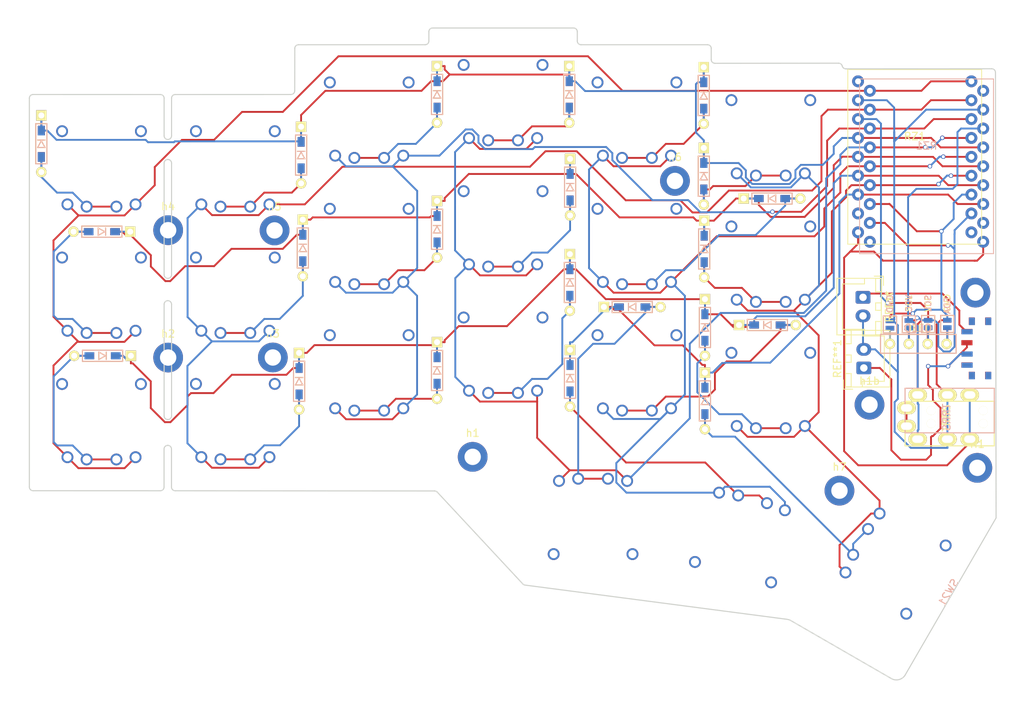
<source format=kicad_pcb>
(kicad_pcb (version 20211014) (generator pcbnew)
  (title_block (title "Corne Light") (date "2018-12-26") (rev "2.1") (company "foostan"))
  (layers (0 "F.Cu" signal) (31 "B.Cu" signal) (34 "B.Paste" user) (35 "F.Paste" user) (36 "B.SilkS" user "B.Silkscreen") (37 "F.SilkS" user "F.Silkscreen") (38 "B.Mask" user) (39 "F.Mask" user) (44 "Edge.Cuts" user))
  (net 0 "")
  (net 1 "row0")
  (net 2 "row1")
  (net 3 "Net-(D2-Pad2)")
  (net 4 "row2")
  (net 5 "Net-(D3-Pad2)")
  (net 6 "row3")
  (net 7 "Net-(D4-Pad2)")
  (net 8 "Net-(D5-Pad2)")
  (net 9 "Net-(D6-Pad2)")
  (net 10 "Net-(D8-Pad2)")
  (net 11 "Net-(D9-Pad2)")
  (net 12 "Net-(D10-Pad2)")
  (net 13 "Net-(D11-Pad2)")
  (net 14 "Net-(D12-Pad2)")
  (net 15 "Net-(D14-Pad2)")
  (net 16 "Net-(D15-Pad2)")
  (net 17 "Net-(D16-Pad2)")
  (net 18 "Net-(D17-Pad2)")
  (net 19 "Net-(D18-Pad2)")
  (net 20 "Net-(D19-Pad2)")
  (net 21 "Net-(D20-Pad2)")
  (net 22 "Net-(D21-Pad2)")
  (net 23 "GND")
  (net 24 "VCC")
  (net 25 "col0")
  (net 26 "col1")
  (net 27 "col2")
  (net 28 "col3")
  (net 29 "col4")
  (net 30 "col5")
  (net 31 "data")
  (net 32 "SCL")
  (net 33 "SDA")
  (net 34 "Net-(U1-Pad14)")
  (net 35 "Net-(U1-Pad13)")
  (net 36 "Net-(U1-Pad12)")
  (net 37 "Net-(U1-Pad11)")
  (net 38 "Net-(D1-Pad2)")
  (net 39 "Net-(D7-Pad2)")
  (net 40 "Net-(D13-Pad2)")
  (net 41 "unconnected-(J1-PadA)")
  (footprint "kbd:D3_TH_SMD" (layer "F.Cu") (at 94.75 64.04 -90)
    (fp_text reference "D2" hide)
    (fp_text value "D" hide)
  )
  (footprint "kbd:D3_TH_SMD" (layer "F.Cu") (at 113.03 55.88 -90)
    (fp_text reference "D3" hide)
    (fp_text value "D" hide)
  )
  (footprint "kbd:D3_TH_SMD" (layer "F.Cu") (at 130.81 55.88 -90)
    (fp_text reference "D4" hide)
    (fp_text value "D" hide)
  )
  (footprint "kbd:D3_TH_SMD" (layer "F.Cu") (at 148.89 56.02 -90)
    (fp_text reference "D5" hide)
    (fp_text value "D" hide)
  )
  (footprint "kbd:D3_TH_SMD" (layer "F.Cu") (at 148.9 66.89 -90)
    (fp_text reference "D6" hide)
    (fp_text value "D" hide)
  )
  (footprint "kbd:D3_TH_SMD" (layer "F.Cu") (at 94.98 76.54 -90)
    (fp_text reference "D8" hide)
    (fp_text value "D" hide)
  )
  (footprint "kbd:D3_TH_SMD" (layer "F.Cu") (at 113.03 74.025 -90)
    (fp_text reference "D9" hide)
    (fp_text value "D" hide)
  )
  (footprint "kbd:D3_TH_SMD" (layer "F.Cu") (at 130.92 68.36 -90)
    (fp_text reference "D10" hide)
    (fp_text value "D" hide)
  )
  (footprint "kbd:D3_TH_SMD" (layer "F.Cu") (at 158.07 69.89)
    (fp_text reference "D11" hide)
    (fp_text value "D" hide)
  )
  (footprint "kbd:D3_TH_SMD" (layer "F.Cu") (at 148.95 76.675 -90)
    (fp_text reference "D12" hide)
    (fp_text value "D" hide)
  )
  (footprint "kbd:D3_TH_SMD" (layer "F.Cu") (at 94.48 94.475 -90)
    (fp_text reference "D14" hide)
    (fp_text value "D" hide)
  )
  (footprint "kbd:D3_TH_SMD" (layer "F.Cu") (at 113.03 93.025 -90)
    (fp_text reference "D15" hide)
    (fp_text value "D" hide)
  )
  (footprint "kbd:D3_TH_SMD" (layer "F.Cu") (at 130.89 81.18 -90)
    (fp_text reference "D16" hide)
    (fp_text value "D" hide)
  )
  (footprint "kbd:D3_TH_SMD" (layer "F.Cu") (at 157.45 86.91)
    (fp_text reference "D17" hide)
    (fp_text value "D" hide)
  )
  (footprint "kbd:D3_TH_SMD" (layer "F.Cu") (at 149.05 87.24 -90)
    (fp_text reference "D18" hide)
    (fp_text value "D" hide)
  )
  (footprint "kbd:D3_TH_SMD" (layer "F.Cu") (at 139.27 84.48)
    (fp_text reference "D19" hide)
    (fp_text value "D" hide)
  )
  (footprint "kbd:D3_TH_SMD" (layer "F.Cu") (at 130.91 94.07 -90)
    (fp_text reference "D20" hide)
    (fp_text value "D" hide)
  )
  (footprint "kbd:D3_TH_SMD" (layer "F.Cu") (at 149.05 97.12 -90)
    (fp_text reference "D21" hide)
    (fp_text value "D" hide)
  )
  (footprint "kbd:MJ-4PP-9" (layer "F.Cu") (at 187.96 100.17 -90)
    (fp_text reference "J1")
    (fp_text value "MJ-4PP-9" hide)
  )
  (footprint "Kailh:Kailh_PG1232" (layer "F.Cu") (at 85.91 65.58)
    (fp_text reference "SW2" hide)
    (fp_text value "SW_PUSH" hide)
  )
  (footprint "Kailh:Kailh_PG1232" (layer "F.Cu") (at 103.91 59.02)
    (fp_text reference "SW3" hide)
    (fp_text value "SW_PUSH" hide)
  )
  (footprint "Kailh:Kailh_PG1232" (layer "F.Cu") (at 121.91 56.66)
    (fp_text reference "SW4" hide)
    (fp_text value "SW_PUSH" hide)
  )
  (footprint "Kailh:Kailh_PG1232" (layer "F.Cu") (at 139.91 59.02)
    (fp_text reference "SW5" hide)
    (fp_text value "SW_PUSH" hide)
  )
  (footprint "Kailh:Kailh_PG1232" (layer "F.Cu") (at 157.91 61.4)
    (fp_text reference "SW6" hide)
    (fp_text value "SW_PUSH" hide)
  )
  (footprint "Kailh:Kailh_PG1232" (layer "F.Cu") (at 85.91 82.58)
    (fp_text reference "SW8" hide)
    (fp_text value "SW_PUSH" hide)
  )
  (footprint "Kailh:Kailh_PG1232" (layer "F.Cu") (at 103.91 76.02)
    (fp_text reference "SW9" hide)
    (fp_text value "SW_PUSH" hide)
  )
  (footprint "Kailh:Kailh_PG1232" (layer "F.Cu") (at 121.91 73.65)
    (fp_text reference "SW10" hide)
    (fp_text value "SW_PUSH" hide)
  )
  (footprint "Kailh:Kailh_PG1232" (layer "F.Cu") (at 139.91 76.02)
    (fp_text reference "SW11" hide)
    (fp_text value "SW_PUSH" hide)
  )
  (footprint "Kailh:Kailh_PG1232" (layer "F.Cu") (at 157.91 78.4)
    (fp_text reference "SW12" hide)
    (fp_text value "SW_PUSH" hide)
  )
  (footprint "Kailh:Kailh_PG1232" (layer "F.Cu") (at 85.91 99.585)
    (fp_text reference "SW14" hide)
    (fp_text value "SW_PUSH" hide)
  )
  (footprint "Kailh:Kailh_PG1232" (layer "F.Cu") (at 103.91 93.025)
    (fp_text reference "SW15" hide)
    (fp_text value "SW_PUSH" hide)
  )
  (footprint "Kailh:Kailh_PG1232" (layer "F.Cu") (at 121.91 90.65)
    (fp_text reference "SW16" hide)
    (fp_text value "SW_PUSH" hide)
  )
  (footprint "Kailh:Kailh_PG1232" (layer "F.Cu") (at 139.91 93.025)
    (fp_text reference "SW17" hide)
    (fp_text value "SW_PUSH" hide)
  )
  (footprint "Kailh:Kailh_PG1232" (layer "F.Cu") (at 157.91 95.4)
    (fp_text reference "SW18" hide)
    (fp_text value "SW_PUSH" hide)
  )
  (footprint "Kailh:Kailh_PG1232" (layer "F.Cu") (at 134.01 112.99 180)
    (fp_text reference "SW19" hide)
    (fp_text value "SW_PUSH" hide)
  )
  (footprint "Kailh:Kailh_PG1232" (layer "F.Cu") (at 154.06 115.58 165)
    (fp_text reference "SW20" hide)
    (fp_text value "SW_PUSH" hide)
  )
  (footprint "Kailh:Kailh_PG1232" (layer "F.Cu") (at 174.66 118.79 -120)
    (fp_text reference "SW21" hide)
    (fp_text value "SW_PUSH" hide)
  )
  (footprint "kbd:D3_TH_SMD" (layer "F.Cu") (at 67.96 74.35 180)
    (fp_text reference "D7" hide)
    (fp_text value "D" hide)
  )
  (footprint "kbd:D3_TH_SMD" (layer "F.Cu") (at 68.05 91.05 180)
    (fp_text reference "D13" hide)
    (fp_text value "D" hide)
  )
  (footprint "Kailh:Kailh_PG1232" (layer "F.Cu") (at 67.91 82.58)
    (fp_text reference "SW7" hide)
    (fp_text value "SW_PUSH" hide)
  )
  (footprint "Kailh:Kailh_PG1232" (layer "F.Cu") (at 67.91 99.6)
    (fp_text reference "SW13" hide)
    (fp_text value "SW_PUSH" hide)
  )
  (footprint "Kailh:Kailh_PG1232" (layer "F.Cu") (at 67.91 65.58)
    (fp_text reference "SW1" hide)
    (fp_text value "SW_PUSH" hide)
  )
  (footprint "foostan:Jumper" (layer "F.Cu") (at 179.07 86.78 -90)
    (fp_text reference "JP65" hide)
    (fp_text value "VCC")
  )
  (footprint "foostan:OLED" (layer "F.Cu") (at 173.93 89.44)
    (fp_text reference "J2")
    (fp_text value "OLED" hide)
  )
  (footprint "foostan:Jumper" (layer "F.Cu") (at 176.47 86.8 -90)
    (fp_text reference "JP63" hide)
    (fp_text value "SCL")
  )
  (footprint "foostan:Jumper" (layer "F.Cu") (at 173.93 86.83 -90)
    (fp_text reference "JP61" hide)
    (fp_text value " SDA")
  )
  (footprint "foostan:Jumper" (layer "F.Cu") (at 181.64 86.7704 -90)
    (fp_text reference "JP68" hide)
    (fp_text value "GND")
  )
  (footprint "kbd:LEGO_HOLE" (layer "F.Cu") (at 171.18 97.63)
    (fp_text reference "h1b")
    (fp_text value "h2")
  )
  (footprint "kbd:LEGO_HOLE" (layer "F.Cu") (at 185.68 106.13)
    (fp_text reference "H1")
    (fp_text value "h1")
  )
  (footprint "kbd:D3_TH_SMD" (layer "F.Cu") (at 59.82 62.52 -90)
    (fp_text reference "D1" hide)
    (fp_text value "D" hide)
  )
  (footprint "kbd:LEGO_HOLE" (layer "F.Cu") (at 91.18 74.18)
    (fp_text reference "h5")
    (fp_text value "h2")
  )
  (footprint "kbd:LEGO_HOLE" (layer "F.Cu") (at 145.02 67.52)
    (fp_text reference "h6")
    (fp_text value "h2")
  )
  (footprint "kbd:LEGO_HOLE" (layer "F.Cu") (at 76.87 74.15)
    (fp_text reference "h4")
    (fp_text value "h2")
  )
  (footprint "kbd:LEGO_HOLE" (layer "F.Cu") (at 117.82 104.65)
    (fp_text reference "h1")
    (fp_text value "h2")
  )
  (footprint "kbd:LEGO_HOLE" (layer "F.Cu") (at 167.14 109.2)
    (fp_text reference "h7")
    (fp_text value "h2")
  )
  (footprint "kbd:LEGO_HOLE" (layer "F.Cu") (at 76.87 91.29)
    (fp_text reference "h2")
    (fp_text value "h2")
  )
  (footprint "kbd:LEGO_HOLE" (layer "F.Cu") (at 90.95 91.28)
    (fp_text reference "h3")
    (fp_text value "h2")
  )
  (footprint "kicad:switch_SSSS811101" (layer "F.Cu") (at 186.029 90.043 90)
    (fp_text reference "SW01" hide)
    (fp_text value "SW_SPDT")
  )
  (footprint "Connector_JST:JST_XH_B2B-XH-A_1x02_P2.50mm_Vertical" (layer "F.Cu") (at 170.307 83.185 -90)
    (fp_text reference "REF**")
    (fp_text value "JST_XH_B2B-XH-A_1x02_P2.50mm_Vertical")
  )
  (footprint "" (layer "F.Cu") (at 185.42 82.55)
    (fp_text reference "")
    (fp_text value "")
  )
  (footprint "kicad:RP2040-Zero" (layer "F.Cu") (at 168.26 76.031)
    (fp_text reference "RZ1")
    (fp_text value "RP2040-Zero")
  )
  (footprint "Connector_JST:JST_XH_B2B-XH-A_1x02_P2.50mm_Vertical" (layer "F.Cu") (at 170.417 92.69 90)
    (fp_text reference "REF**1")
    (fp_text value "JST_XH_B2B-XH-A_1x02_P2.50mm_Vertical")
  )
  (footprint "foostan:Jumper" (layer "B.Cu") (at 176.48 86.81 -90)
    (fp_text reference "JP64" hide)
    (fp_text value "VCC")
  )
  (footprint "foostan:Jumper" (layer "B.Cu") (at 173.93 86.8396 -90)
    (fp_text reference "JP62" hide)
    (fp_text value "GND")
  )
  (footprint "foostan:Jumper" (layer "B.Cu") (at 181.64 86.76 -90)
    (fp_text reference "JP6" hide)
    (fp_text value " SDA")
  )
  (footprint "foostan:Jumper" (layer "B.Cu") (at 179.06 86.78 -90)
    (fp_text reference "JP66" hide)
    (fp_text value "SCL")
  )
  (footprint "kicad:switch_SSSS811101" (layer "B.Cu") (at 186.055 90.067 -90)
    (fp_text reference "SW01" hide)
    (fp_text value "SW_SPDT")
  )
  (footprint "kicad:RP2040-Zero" (layer "B.Cu") (at 187.848 77.301 180)
    (fp_text reference "RZ1")
    (fp_text value "RP2040-Zero")
  )
  (gr_line (start 187.62 52.43) (end 167.999902 52.44002) (layer "Edge.Cuts") (width 0.15))
  (gr_line (start 93.39 55.89) (end 77.82952 55.89402) (layer "Edge.Cuts") (width 0.15))
  (gr_arc (start 112.7 109.24) (mid 112.878081 109.272788) (end 113.032807 109.366852) (layer "Edge.Cuts") (width 0.15))
  (gr_arc (start 124.845863 121.904977) (mid 124.696919 121.853443) (end 124.57 121.76) (layer "Edge.Cuts") (width 0.15))
  (gr_line (start 113.032807 109.366852) (end 124.57 121.76) (layer "Edge.Cuts") (width 0.15))
  (gr_arc (start 175.95 134.05) (mid 175.064806 134.640152) (end 174.021988 134.429491) (layer "Edge.Cuts") (width 0.15))
  (gr_arc (start 159.810076 126.474364) (mid 160.140472 126.523169) (end 160.46452 126.60402) (layer "Edge.Cuts") (width 0.15))
  (gr_line (start 175.95 134.05) (end 188.2 112.87) (layer "Edge.Cuts") (width 0.15))
  (gr_line (start 160.46452 126.60402) (end 174.021988 134.429491) (layer "Edge.Cuts") (width 0.15))
  (gr_line (start 124.845863 121.904977) (end 159.810076 126.474364) (layer "Edge.Cuts") (width 0.15))
  (gr_line (start 112.7 109.24) (end 77.81952 109.21402) (layer "Edge.Cuts") (width 0.15))
  (gr_arc (start 167.03 51.68) (mid 167.346236 51.792708) (end 167.519902 52.08002) (layer "Edge.Cuts") (width 0.15))
  (gr_arc (start 167.999902 52.44002) (mid 167.699902 52.34002) (end 167.519902 52.08002) (layer "Edge.Cuts") (width 0.15))
  (gr_line (start 167.03 51.68) (end 150.39952 51.69402) (layer "Edge.Cuts") (width 0.15))
  (gr_arc (start 93.89 55.39) (mid 93.743553 55.743553) (end 93.39 55.89) (layer "Edge.Cuts") (width 0.15))
  (gr_arc (start 93.89952 49.69402) (mid 94.045967 49.340467) (end 94.39952 49.19402) (layer "Edge.Cuts") (width 0.15))
  (gr_line (start 131.38952 46.94402) (end 112.42952 46.94402) (layer "Edge.Cuts") (width 0.15))
  (gr_line (start 131.88952 48.69402) (end 131.88952 47.44402) (layer "Edge.Cuts") (width 0.15))
  (gr_line (start 149.39952 49.19402) (end 132.38952 49.19402) (layer "Edge.Cuts") (width 0.15))
  (gr_line (start 149.89952 51.19402) (end 149.89952 49.69402) (layer "Edge.Cuts") (width 0.15))
  (gr_line (start 93.89952 49.69402) (end 93.89 55.39) (layer "Edge.Cuts") (width 0.15))
  (gr_line (start 111.42952 49.19402) (end 94.39952 49.19402) (layer "Edge.Cuts") (width 0.15))
  (gr_line (start 111.92952 47.44402) (end 111.92952 48.69402) (layer "Edge.Cuts") (width 0.15))
  (gr_arc (start 111.92952 48.69402) (mid 111.783073 49.047573) (end 111.42952 49.19402) (layer "Edge.Cuts") (width 0.15))
  (gr_arc (start 111.92952 47.44402) (mid 112.075967 47.090467) (end 112.42952 46.94402) (layer "Edge.Cuts") (width 0.15))
  (gr_arc (start 131.38952 46.94402) (mid 131.743073 47.090467) (end 131.88952 47.44402) (layer "Edge.Cuts") (width 0.15))
  (gr_arc (start 132.38952 49.19402) (mid 132.035967 49.047573) (end 131.88952 48.69402) (layer "Edge.Cuts") (width 0.15))
  (gr_arc (start 149.39952 49.19402) (mid 149.753073 49.340467) (end 149.89952 49.69402) (layer "Edge.Cuts") (width 0.15))
  (gr_arc (start 150.39952 51.69402) (mid 150.045967 51.547573) (end 149.89952 51.19402) (layer "Edge.Cuts") (width 0.15))
  (gr_arc (start 187.62 52.43) (mid 187.973553 52.576447) (end 188.12 52.93) (layer "Edge.Cuts") (width 0.15))
  (gr_arc (start 58.21 56.39) (mid 58.356447 56.036447) (end 58.71 55.89) (layer "Edge.Cuts") (width 0.15))
  (gr_arc (start 58.71 109.21) (mid 58.356447 109.063553) (end 58.21 108.71) (layer "Edge.Cuts") (width 0.15))
  (gr_line (start 77.31952 103.60402) (end 77.31952 108.71402) (layer "Edge.Cuts") (width 0.15))
  (gr_line (start 76.32952 99.13402) (end 76.32952 84.13402) (layer "Edge.Cuts") (width 0.15))
  (gr_line (start 77.32952 84.13402) (end 77.32952 99.13402) (layer "Edge.Cuts") (width 0.15))
  (gr_arc (start 77.32952 56.39402) (mid 77.475967 56.040467) (end 77.82952 55.89402) (layer "Edge.Cuts") (width 0.15))
  (gr_arc (start 76.82952 64.63402) (mid 77.183073 64.780467) (end 77.32952 65.13402) (layer "Edge.Cuts") (width 0.15))
  (gr_arc (start 76.32952 65.13402) (mid 76.475967 64.780467) (end 76.82952 64.63402) (layer "Edge.Cuts") (width 0.15))
  (gr_arc (start 76.31952 103.60402) (mid 76.465967 103.250467) (end 76.81952 103.10402) (layer "Edge.Cuts") (width 0.15))
  (gr_arc (start 76.81952 103.10402) (mid 77.173073 103.250467) (end 77.31952 103.60402) (layer "Edge.Cuts") (width 0.15))
  (gr_arc (start 77.32952 99.13402) (mid 77.183073 99.487573) (end 76.82952 99.63402) (layer "Edge.Cuts") (width 0.15))
  (gr_line (start 76.31952 108.71402) (end 76.31952 103.60402) (layer "Edge.Cuts") (width 0.15))
  (gr_line (start 77.32952 61.44402) (end 77.32952 56.39402) (layer "Edge.Cuts") (width 0.15))
  (gr_line (start 76.32952 56.39402) (end 76.32952 61.44402) (layer "Edge.Cuts") (width 0.15))
  (gr_arc (start 76.82952 99.63402) (mid 76.475967 99.487573) (end 76.32952 99.13402) (layer "Edge.Cuts") (width 0.15))
  (gr_arc (start 76.32952 84.13402) (mid 76.475967 83.780467) (end 76.82952 83.63402) (layer "Edge.Cuts") (width 0.15))
  (gr_arc (start 76.82952 83.63402) (mid 77.183073 83.780467) (end 77.32952 84.13402) (layer "Edge.Cuts") (width 0.15))
  (gr_arc (start 76.82952 80.63402) (mid 76.475967 80.487573) (end 76.32952 80.13402) (layer "Edge.Cuts") (width 0.15))
  (gr_arc (start 77.32952 80.13402) (mid 77.183073 80.487573) (end 76.82952 80.63402) (layer "Edge.Cuts") (width 0.15))
  (gr_arc (start 75.82952 55.89402) (mid 76.183073 56.040467) (end 76.32952 56.39402) (layer "Edge.Cuts") (width 0.15))
  (gr_arc (start 77.32952 61.44402) (mid 77.183073 61.797573) (end 76.82952 61.94402) (layer "Edge.Cuts") (width 0.15))
  (gr_arc (start 76.82952 61.94402) (mid 76.475967 61.797573) (end 76.32952 61.44402) (layer "Edge.Cuts") (width 0.15))
  (gr_line (start 77.32952 80.13402) (end 77.32952 65.13402) (layer "Edge.Cuts") (width 0.15))
  (gr_line (start 76.32952 65.13402) (end 76.32952 80.13402) (layer "Edge.Cuts") (width 0.15))
  (gr_arc (start 76.31952 108.71402) (mid 76.173073 109.067573) (end 75.81952 109.21402) (layer "Edge.Cuts") (width 0.15))
  (gr_arc (start 77.81952 109.21402) (mid 77.465967 109.067573) (end 77.31952 108.71402) (layer "Edge.Cuts") (width 0.15))
  (gr_line (start 75.82952 55.89402) (end 58.71 55.89) (layer "Edge.Cuts") (width 0.15))
  (gr_line (start 75.81952 109.21402) (end 58.71 109.21) (layer "Edge.Cuts") (width 0.15))
  (gr_line (start 58.21 56.39) (end 58.21 108.71) (layer "Edge.Cuts") (width 0.15))
  (gr_line (start 188.12 52.93) (end 188.2 112.87) (layer "Edge.Cuts") (width 0.15))
  (segment (start 183.261 84.963) (end 180.975 82.677) (width 0.25) (layer "F.Cu") (net 0))
  (segment (start 184.279 89.293) (end 184.279 89.914) (width 0.25) (layer "F.Cu") (net 0))
  (segment (start 179.705 101.854) (end 179.578 101.854) (width 0.25) (layer "F.Cu") (net 0))
  (segment (start 174.117 103.759) (end 174.117 94.234) (width 0.25) (layer "F.Cu") (net 0))
  (segment (start 179.07 92.456) (end 179.07 94.996) (width 0.25) (layer "F.Cu") (net 0))
  (segment (start 179.451 104.394) (end 178.816 105.029) (width 0.25) (layer "F.Cu") (net 0))
  (segment (start 184.279 87.793) (end 184.186 87.793) (width 0.25) (layer "F.Cu") (net 0))
  (segment (start 180.721 100.838) (end 179.705 101.854) (width 0.25) (layer "F.Cu") (net 0))
  (segment (start 179.07 94.996) (end 179.705 95.631) (width 0.25) (layer "F.Cu") (net 0))
  (segment (start 183.261 86.868) (end 183.261 84.963) (width 0.25) (layer "F.Cu") (net 0))
  (segment (start 178.816 105.029) (end 175.387 105.029) (width 0.25) (layer "F.Cu") (net 0))
  (segment (start 170.815 82.677) (end 170.307 83.185) (width 0.25) (layer "F.Cu") (net 0))
  (segment (start 179.705 95.631) (end 179.705 97.028) (width 0.25) (layer "F.Cu") (net 0))
  (segment (start 184.186 87.793) (end 183.261 86.868) (width 0.25) (layer "F.Cu") (net 0))
  (segment (start 174.117 94.234) (end 172.573 92.69) (width 0.25) (layer "F.Cu") (net 0))
  (segment (start 184.279 89.914) (end 181.737 92.456) (width 0.25) (layer "F.Cu") (net 0))
  (segment (start 179.705 97.028) (end 180.721 98.044) (width 0.25) (layer "F.Cu") (net 0))
  (segment (start 179.451 101.981) (end 179.451 104.394) (width 0.25) (layer "F.Cu") (net 0))
  (segment (start 179.578 101.854) (end 179.451 101.981) (width 0.25) (layer "F.Cu") (net 0))
  (segment (start 180.975 82.677) (end 170.815 82.677) (width 0.25) (layer "F.Cu") (net 0))
  (segment (start 175.387 105.029) (end 174.117 103.759) (width 0.25) (layer "F.Cu") (net 0))
  (segment (start 172.573 92.69) (end 170.417 92.69) (width 0.25) (layer "F.Cu") (net 0))
  (segment (start 180.721 98.044) (end 180.721 100.838) (width 0.25) (layer "F.Cu") (net 0))
  (via (at 181.737 92.456) (size 0.6) (drill 0.4) (layers "F.Cu" "B.Cu") (net 0))
  (via (at 179.07 92.456) (size 0.6) (drill 0.4) (layers "F.Cu" "B.Cu") (net 0))
  (segment (start 181.737 92.456) (end 179.07 92.456) (width 0.25) (layer "B.Cu") (net 0))
  (segment (start 184.305 90.817) (end 183.376 90.817) (width 0.25) (layer "B.Cu") (net 0))
  (segment (start 183.376 90.817) (end 181.737 92.456) (width 0.25) (layer "B.Cu") (net 0))
  (segment (start 113.03 54.105) (end 112.2297 54.105) (width 0.25) (layer "F.Cu") (net 1))
  (segment (start 113.03 52.07) (end 114.0538 52.07) (width 0.25) (layer "F.Cu") (net 1))
  (segment (start 94.75 58.6533) (end 94.75 60.23) (width 0.25) (layer "F.Cu") (net 1))
  (segment (start 130.81 53.2071) (end 130.81 53.0938) (width 0.25) (layer "F.Cu") (net 1))
  (segment (start 130.81 53.3198) (end 130.81 53.2846) (width 0.25) (layer "F.Cu") (net 1))
  (segment (start 179.197 61.722) (end 179.178 61.741) (width 0.25) (layer "F.Cu") (net 1))
  (segment (start 186.468 63.011) (end 180.74 63.011) (width 0.25) (layer "F.Cu") (net 1))
  (segment (start 112.2297 54.105) (end 110.9393 55.3954) (width 0.25) (layer "F.Cu") (net 1))
  (segment (start 130.81 54.105) (end 130.81 53.3198) (width 0.25) (layer "F.Cu") (net 1))
  (segment (start 114.7282 53.2071) (end 130.81 53.2071) (width 0.25) (layer "F.Cu") (net 1))
  (segment (start 130.81 53.2846) (end 130.81 53.2071) (width 0.25) (layer "F.Cu") (net 1))
  (segment (start 130.81 52.07) (end 130.81 53.0938) (width 0.25) (layer "F.Cu") (net 1))
  (segment (start 148.9 65.115) (end 148.9 63.08) (width 0.25) (layer "F.Cu") (net 1))
  (segment (start 114.0538 52.5327) (end 114.0538 52.07) (width 0.25) (layer "F.Cu") (net 1))
  (segment (start 110.9393 55.3954) (end 98.0079 55.3954) (width 0.25) (layer "F.Cu") (net 1))
  (segment (start 59.82 60.745) (end 59.82 58.71) (width 0.25) (layer "F.Cu") (net 1))
  (segment (start 114.7282 53.2071) (end 114.0538 52.5327) (width 0.25) (layer "F.Cu") (net 1))
  (segment (start 179.178 61.741) (end 169.64 61.741) (width 0.25) (layer "F.Cu") (net 1))
  (segment (start 98.0079 55.3954) (end 94.75 58.6533) (width 0.25) (layer "F.Cu") (net 1))
  (segment (start 179.451 61.722) (end 179.197 61.722) (width 0.25) (layer "F.Cu") (net 1))
  (segment (start 114.7282 53.2071) (end 113.8303 54.105) (width 0.25) (layer "F.Cu") (net 1))
  (segment (start 113.03 54.105) (end 113.8303 54.105) (width 0.25) (layer "F.Cu") (net 1))
  (segment (start 94.75 62.265) (end 94.75 60.23) (width 0.25) (layer "F.Cu") (net 1))
  (segment (start 148.89 54.245) (end 148.89 52.21) (width 0.25) (layer "F.Cu") (net 1))
  (segment (start 180.74 63.011) (end 179.451 61.722) (width 0.25) (layer "F.Cu") (net 1))
  (segment (start 167.494 61.741) (end 169.64 61.741) (width 0.25) (layer "B.Cu") (net 1))
  (segment (start 130.81 54.105) (end 130.81 52.07) (width 0.25) (layer "B.Cu") (net 1))
  (segment (start 166.37 62.865) (end 167.494 61.741) (width 0.25) (layer "B.Cu") (net 1))
  (segment (start 147.8386 54.4961) (end 147.8386 55.4299) (width 0.25) (layer "B.Cu") (net 1))
  (segment (start 147.8386 55.4299) (end 147.8386 60.9948) (width 0.25) (layer "B.Cu") (net 1))
  (segment (start 153.575 65.115) (end 154.5507 66.0907) (width 0.25) (layer "B.Cu") (net 1))
  (segment (start 132.9352 55.4299) (end 131.6103 54.105) (width 0.25) (layer "B.Cu") (net 1))
  (segment (start 77.647 62.3138) (end 74.1693 62.3138) (width 0.25) (layer "B.Cu") (net 1))
  (segment (start 94.75 62.1981) (end 77.7627 62.1981) (width 0.25) (layer "B.Cu") (net 1))
  (segment (start 154.5507 66.0907) (end 154.5507 67.0663) (width 0.25) (layer "B.Cu") (net 1))
  (segment (start 148.89 54.245) (end 148.0897 54.245) (width 0.25) (layer "B.Cu") (net 1))
  (segment (start 94.75 62.1981) (end 94.75 60.23) (width 0.25) (layer "B.Cu") (net 1))
  (segment (start 113.03 54.105) (end 113.03 52.07) (width 0.25) (layer "B.Cu") (net 1))
  (segment (start 147.8386 60.9948) (end 148.9 62.0562) (width 0.25) (layer "B.Cu") (net 1))
  (segment (start 74.1693 62.3138) (end 73.8454 61.9899) (width 0.25) (layer "B.Cu") (net 1))
  (segment (start 166.37 63.881) (end 166.37 62.865) (width 0.25) (layer "B.Cu") (net 1))
  (segment (start 148.9 65.115) (end 153.575 65.115) (width 0.25) (layer "B.Cu") (net 1))
  (segment (start 59.82 60.745) (end 60.6203 60.745) (width 0.25) (layer "B.Cu") (net 1))
  (segment (start 155.4179 67.9335) (end 160.4196 67.9335) (width 0.25) (layer "B.Cu") (net 1))
  (segment (start 160.4196 67.9335) (end 161.2203 67.1328) (width 0.25) (layer "B.Cu") (net 1))
  (segment (start 164.8948 65.3562) (end 166.37 63.881) (width 0.25) (layer "B.Cu") (net 1))
  (segment (start 154.5507 67.0663) (end 155.4179 67.9335) (width 0.25) (layer "B.Cu") (net 1))
  (segment (start 77.7627 62.1981) (end 77.647 62.3138) (width 0.25) (layer "B.Cu") (net 1))
  (segment (start 148.0897 54.245) (end 147.8386 54.4961) (width 0.25) (layer "B.Cu") (net 1))
  (segment (start 59.82 60.745) (end 59.82 58.71) (width 0.25) (layer "B.Cu") (net 1))
  (segment (start 73.8454 61.9899) (end 61.8652 61.9899) (width 0.25) (layer "B.Cu") (net 1))
  (segment (start 148.9 63.08) (end 148.9 62.0562) (width 0.25) (layer "B.Cu") (net 1))
  (segment (start 161.2203 67.1328) (end 161.2203 66.0903) (width 0.25) (layer "B.Cu") (net 1))
  (segment (start 94.75 62.265) (end 94.75 62.1981) (width 0.25) (layer "B.Cu") (net 1))
  (segment (start 161.9544 65.3562) (end 164.8948 65.3562) (width 0.25) (layer "B.Cu") (net 1))
  (segment (start 161.2203 66.0903) (end 161.9544 65.3562) (width 0.25) (layer "B.Cu") (net 1))
  (segment (start 148.9 65.115) (end 148.9 63.08) (width 0.25) (layer "B.Cu") (net 1))
  (segment (start 148.89 54.245) (end 148.89 52.21) (width 0.25) (layer "B.Cu") (net 1))
  (segment (start 130.81 54.105) (end 131.6103 54.105) (width 0.25) (layer "B.Cu") (net 1))
  (segment (start 61.8652 61.9899) (end 60.6203 60.745) (width 0.25) (layer "B.Cu") (net 1))
  (segment (start 147.8386 55.4299) (end 132.9352 55.4299) (width 0.25) (layer "B.Cu") (net 1))
  (segment (start 156.295 70.767) (end 157.8877 72.3597) (width 0.25) (layer "F.Cu") (net 2))
  (segment (start 113.03 70.215) (end 113.03 72.25) (width 0.25) (layer "F.Cu") (net 2))
  (segment (start 85.3855 76.6588) (end 83.0545 78.9898) (width 0.25) (layer "F.Cu") (net 2))
  (segment (start 117.2999 66.585) (end 114.0538 69.8311) (width 0.25) (layer "F.Cu") (net 2))
  (segment (start 179.724 64.281) (end 180.994 65.551) (width 0.25) (layer "F.Cu") (net 2))
  (segment (start 130.92 66.585) (end 117.2999 66.585) (width 0.25) (layer "F.Cu") (net 2))
  (segment (start 147.9262 72.865) (end 147.4911 72.4299) (width 0.25) (layer "F.Cu") (net 2))
  (segment (start 148.95 72.865) (end 147.9262 72.865) (width 0.25) (layer "F.Cu") (net 2))
  (segment (start 148.95 74.9) (end 148.95 72.865) (width 0.25) (layer "F.Cu") (net 2))
  (segment (start 130.92 66.585) (end 131.7203 66.585) (width 0.25) (layer "F.Cu") (net 2))
  (segment (start 112.0499 72.4298) (end 96.304 72.4298) (width 0.25) (layer "F.Cu") (net 2))
  (segment (start 94.98 74.765) (end 94.1797 74.765) (width 0.25) (layer "F.Cu") (net 2))
  (segment (start 130.92 66.585) (end 130.92 64.55) (width 0.25) (layer "F.Cu") (net 2))
  (segment (start 71.8866 74.8619) (end 71.77 74.8619) (width 0.25) (layer "F.Cu") (net 2))
  (segment (start 71.2222 74.8619) (end 70.7103 74.35) (width 0.25) (layer "F.Cu") (net 2))
  (segment (start 112.2297 72.25) (end 112.0499 72.4298) (width 0.25) (layer "F.Cu") (net 2))
  (segment (start 162.4027 72.3597) (end 162.433 72.39) (width 0.25) (layer "F.Cu") (net 2))
  (segment (start 169.64 64.281) (end 179.724 64.281) (width 0.25) (layer "F.Cu") (net 2))
  (segment (start 167.513 64.262) (end 169.621 64.262) (width 0.25) (layer "F.Cu") (net 2))
  (segment (start 92.2859 76.6588) (end 85.3855 76.6588) (width 0.25) (layer "F.Cu") (net 2))
  (segment (start 147.4911 72.4299) (end 137.5652 72.4299) (width 0.25) (layer "F.Cu") (net 2))
  (segment (start 74.5446 79.0453) (end 74.5446 77.5199) (width 0.25) (layer "F.Cu") (net 2))
  (segment (start 113.03 70.215) (end 114.0538 70.215) (width 0.25) (layer "F.Cu") (net 2))
  (segment (start 77.1525 81.002) (end 76.5013 81.002) (width 0.25) (layer "F.Cu") (net 2))
  (segment (start 162.4027 72.3597) (end 162.4633 72.3597) (width 0.25) (layer "F.Cu") (net 2))
  (segment (start 71.77 74.8619) (end 71.2222 74.8619) (width 0.25) (layer "F.Cu") (net 2))
  (segment (start 166.37 68.453) (end 166.37 65.405) (width 0.25) (layer "F.Cu") (net 2))
  (segment (start 156.295 69.89) (end 154.26 69.89) (width 0.25) (layer "F.Cu") (net 2))
  (segment (start 96.304 72.4298) (end 96.0038 72.73) (width 0.25) (layer "F.Cu") (net 2))
  (segment (start 154.26 69.89) (end 153.2362 69.89) (width 0.25) (layer "F.Cu") (net 2))
  (segment (start 148.95 72.865) (end 150.2612 72.865) (width 0.25) (layer "F.Cu") (net 2))
  (segment (start 137.5652 72.4299) (end 131.7203 66.585) (width 0.25) (layer "F.Cu") (net 2))
  (segment (start 94.98 74.765) (end 94.98 72.73) (width 0.25) (layer "F.Cu") (net 2))
  (segment (start 76.5013 81.002) (end 74.5446 79.0453) (width 0.25) (layer "F.Cu") (net 2))
  (segment (start 83.0545 78.9898) (end 79.1647 78.9898) (width 0.25) (layer "F.Cu") (net 2))
  (segment (start 71.77 74.35) (end 71.77 74.8619) (width 0.25) (layer "F.Cu") (net 2))
  (segment (start 156.295 69.89) (end 156.295 70.767) (width 0.25) (layer "F.Cu") (net 2))
  (segment (start 162.4633 72.3597) (end 166.37 68.453) (width 0.25) (layer "F.Cu") (net 2))
  (segment (start 169.621 64.262) (end 169.64 64.281) (width 0.25) (layer "F.Cu") (net 2))
  (segment (start 114.0538 69.8311) (end 114.0538 70.215) (width 0.25) (layer "F.Cu") (net 2))
  (segment (start 79.1647 78.9898) (end 77.1525 81.002) (width 0.25) (layer "F.Cu") (net 2))
  (segment (start 74.5446 77.5199) (end 71.8866 74.8619) (width 0.25) (layer "F.Cu") (net 2))
  (segment (start 69.735 74.35) (end 70.7103 74.35) (width 0.25) (layer "F.Cu") (net 2))
  (segment (start 157.8877 72.3597) (end 162.4027 72.3597) (width 0.25) (layer "F.Cu") (net 2))
  (segment (start 94.1797 74.765) (end 92.2859 76.6588) (width 0.25) (layer "F.Cu") (net 2))
  (segment (start 180.994 65.551) (end 186.468 65.551) (width 0.25) (layer "F.Cu") (net 2))
  (segment (start 150.2612 72.865) (end 153.2362 69.89) (width 0.25) (layer "F.Cu") (net 2))
  (segment (start 166.37 65.405) (end 167.513 64.262) (width 0.25) (layer "F.Cu") (net 2))
  (segment (start 113.03 72.25) (end 112.2297 72.25) (width 0.25) (layer "F.Cu") (net 2))
  (segment (start 94.98 72.73) (end 96.0038 72.73) (width 0.25) (layer "F.Cu") (net 2))
  (segment (start 69.735 74.35) (end 71.77 74.35) (width 0.25) (layer "B.Cu") (net 2))
  (segment (start 156.295 69.89) (end 154.26 69.89) (width 0.25) (layer "B.Cu") (net 2))
  (segment (start 148.95 74.9) (end 148.95 72.865) (width 0.25) (layer "B.Cu") (net 2))
  (segment (start 130.92 66.585) (end 130.92 64.55) (width 0.25) (layer "B.Cu") (net 2))
  (segment (start 94.98 74.765) (end 94.98 72.73) (width 0.25) (layer "B.Cu") (net 2))
  (segment (start 113.03 72.25) (end 113.03 70.215) (width 0.25) (layer "B.Cu") (net 2))
  (segment (start 93.5043 69.0957) (end 89.7943 69.0957) (width 0.25) (layer "F.Cu") (net 3))
  (segment (start 94.75 67.85) (end 93.5043 69.0957) (width 0.25) (layer "F.Cu") (net 3))
  (segment (start 94.75 65.815) (end 94.75 67.85) (width 0.25) (layer "F.Cu") (net 3))
  (segment (start 87.91 70.98) (end 83.91 70.98) (width 0.25) (layer "F.Cu") (net 3))
  (segment (start 89.7943 69.0957) (end 87.91 70.98) (width 0.25) (layer "F.Cu") (net 3))
  (segment (start 94.75 65.815) (end 94.75 67.85) (width 0.25) (layer "B.Cu") (net 3))
  (segment (start 130.89 79.405) (end 130.89 77.37) (width 0.25) (layer "F.Cu") (net 4))
  (segment (start 115.9531 87.0598) (end 114.0538 88.9591) (width 0.25) (layer "F.Cu") (net 4))
  (segment (start 94.48 92.7) (end 94.48 90.665) (width 0.25) (layer "F.Cu") (net 4))
  (segment (start 76.437 99.9844) (end 74.5346 98.082) (width 0.25) (layer "F.Cu") (net 4))
  (segment (start 77.1793 99.9844) (end 76.437 99.9844) (width 0.25) (layer "F.Cu") (net 4))
  (segment (start 94.48 90.665) (end 95.5038 90.665) (width 0.25) (layer "F.Cu") (net 4))
  (segment (start 155.675 86.91) (end 154.6997 86.91) (width 0.25) (layer "F.Cu") (net 4))
  (segment (start 154.6997 87.1001) (end 154.6266 87.1732) (width 0.25) (layer "F.Cu") (net 4))
  (segment (start 149.05 85.465) (end 151.1712 85.465) (width 0.25) (layer "F.Cu") (net 4))
  (segment (start 153.64 86.91) (end 152.6162 86.91) (width 0.25) (layer "F.Cu") (net 4))
  (segment (start 71.3122 91.5619) (end 70.8003 91.05) (width 0.25) (layer "F.Cu") (net 4))
  (segment (start 71.86 91.05) (end 71.86 91.5619) (width 0.25) (layer "F.Cu") (net 4))
  (segment (start 113.03 89.215) (end 114.0538 89.215) (width 0.25) (layer "F.Cu") (net 4))
  (segment (start 130.89 79.405) (end 131.6903 79.405) (width 0.25) (layer "F.Cu") (net 4))
  (segment (start 151.1712 85.465) (end 152.6162 86.91) (width 0.25) (layer "F.Cu") (net 4))
  (segment (start 79.4846 97.6791) (end 77.1793 99.9844) (width 0.25) (layer "F.Cu") (net 4))
  (segment (start 82.9796 96.0697) (end 79.9432 96.0697) (width 0.25) (layer "F.Cu") (net 4))
  (segment (start 96.5539 89.6149) (end 95.5038 90.665) (width 0.25) (layer "F.Cu") (net 4))
  (segment (start 74.5346 94.4925) (end 72.1159 92.0738) (width 0.25) (layer "F.Cu") (net 4))
  (segment (start 149.05 83.43) (end 135.7153 83.43) (width 0.25) (layer "F.Cu") (net 4))
  (segment (start 79.4846 96.5283) (end 79.4846 97.6791) (width 0.25) (layer "F.Cu") (net 4))
  (segment (start 130.89 79.405) (end 130.0897 79.405) (width 0.25) (layer "F.Cu") (net 4))
  (segment (start 79.9432 96.0697) (end 79.4846 96.5283) (width 0.25) (layer "F.Cu") (net 4))
  (segment (start 69.825 91.05) (end 70.8003 91.05) (width 0.25) (layer "F.Cu") (net 4))
  (segment (start 122.4349 87.0598) (end 115.9531 87.0598) (width 0.25) (layer "F.Cu") (net 4))
  (segment (start 71.86 91.5619) (end 71.86 92.0738) (width 0.25) (layer "F.Cu") (net 4))
  (segment (start 114.0538 88.9591) (end 114.0538 89.215) (width 0.25) (layer "F.Cu") (net 4))
  (segment (start 154.6266 87.1732) (end 152.8794 87.1732) (width 0.25) (layer "F.Cu") (net 4))
  (segment (start 169.64 66.821) (end 180.486 66.821) (width 0.25) (layer "F.Cu") (net 4))
  (segment (start 113.03 89.6149) (end 96.5539 89.6149) (width 0.25) (layer "F.Cu") (net 4))
  (segment (start 113.03 89.6149) (end 113.03 89.215) (width 0.25) (layer "F.Cu") (net 4))
  (segment (start 152.8794 87.1732) (end 152.6162 86.91) (width 0.25) (layer "F.Cu") (net 4))
  (segment (start 71.86 91.5619) (end 71.3122 91.5619) (width 0.25) (layer "F.Cu") (net 4))
  (segment (start 113.03 91.25) (end 113.03 89.6149) (width 0.25) (layer "F.Cu") (net 4))
  (segment (start 135.7153 83.43) (end 131.6903 79.405) (width 0.25) (layer "F.Cu") (net 4))
  (segment (start 93.6797 92.7) (end 92.7743 93.6054) (width 0.25) (layer "F.Cu") (net 4))
  (segment (start 92.7743 93.6054) (end 85.4439 93.6054) (width 0.25) (layer "F.Cu") (net 4))
  (segment (start 94.48 92.7) (end 93.6797 92.7) (width 0.25) (layer "F.Cu") (net 4))
  (segment (start 180.486 66.821) (end 181.756 68.091) (width 0.25) (layer "F.Cu") (net 4))
  (segment (start 181.756 68.091) (end 186.468 68.091) (width 0.25) (layer "F.Cu") (net 4))
  (segment (start 154.6997 86.91) (end 154.6997 87.1001) (width 0.25) (layer "F.Cu") (net 4))
  (segment (start 85.4439 93.6054) (end 82.9796 96.0697) (width 0.25) (layer "F.Cu") (net 4))
  (segment (start 130.0897 79.405) (end 122.4349 87.0598) (width 0.25) (layer "F.Cu") (net 4))
  (segment (start 72.1159 92.0738) (end 71.86 92.0738) (width 0.25) (layer "F.Cu") (net 4))
  (segment (start 74.5346 98.082) (end 74.5346 94.4925) (width 0.25) (layer "F.Cu") (net 4))
  (segment (start 149.05 85.465) (end 149.05 83.43) (width 0.25) (layer "F.Cu") (net 4))
  (segment (start 71.86 91.5619) (end 71.3122 91.5619) (width 0.25) (layer "B.Cu") (net 4))
  (segment (start 69.825 91.05) (end 70.8003 91.05) (width 0.25) (layer "B.Cu") (net 4))
  (segment (start 155.675 86.1097) (end 156.0422 85.7425) (width 0.25) (layer "B.Cu") (net 4))
  (segment (start 130.89 79.405) (end 130.89 77.37) (width 0.25) (layer "B.Cu") (net 4))
  (segment (start 166.37 81.915) (end 166.37 67.818) (width 0.25) (layer "B.Cu") (net 4))
  (segment (start 149.05 85.465) (end 149.05 83.43) (width 0.25) (layer "B.Cu") (net 4))
  (segment (start 162.5364 85.7425) (end 162.5364 85.742404) (width 0.25) (layer "B.Cu") (net 4))
  (segment (start 71.3122 91.5619) (end 70.8003 91.05) (width 0.25) (layer "B.Cu") (net 4))
  (segment (start 113.03 91.25) (end 113.03 89.215) (width 0.25) (layer "B.Cu") (net 4))
  (segment (start 166.37 67.818) (end 167.367 66.821) (width 0.25) (layer "B.Cu") (net 4))
  (segment (start 71.86 91.05) (end 71.86 91.5619) (width 0.25) (layer "B.Cu") (net 4))
  (segment (start 166.243 82.042) (end 166.37 81.915) (width 0.25) (layer "B.Cu") (net 4))
  (segment (start 155.675 86.91) (end 155.675 86.1097) (width 0.25) (layer "B.Cu") (net 4))
  (segment (start 166.236804 82.042) (end 166.243 82.042) (width 0.25) (layer "B.Cu") (net 4))
  (segment (start 155.675 86.91) (end 153.64 86.91) (width 0.25) (layer "B.Cu") (net 4))
  (segment (start 94.48 92.7) (end 94.48 90.665) (width 0.25) (layer "B.Cu") (net 4))
  (segment (start 167.367 66.821) (end 169.64 66.821) (width 0.25) (layer "B.Cu") (net 4))
  (segment (start 162.5364 85.742404) (end 166.236804 82.042) (width 0.25) (layer "B.Cu") (net 4))
  (segment (start 156.0422 85.7425) (end 162.5364 85.7425) (width 0.25) (layer "B.Cu") (net 4))
  (segment (start 113.03 59.69) (end 113.03 57.655) (width 0.25) (layer "F.Cu") (net 5))
  (segment (start 105.91 64.42) (end 101.91 64.42) (width 0.25) (layer "F.Cu") (net 5))
  (segment (start 113.03 57.655) (end 113.03 59.69) (width 0.25) (layer "B.Cu") (net 5))
  (segment (start 107.7943 62.5357) (end 105.91 64.42) (width 0.25) (layer "B.Cu") (net 5))
  (segment (start 110.1843 62.5357) (end 107.7943 62.5357) (width 0.25) (layer "B.Cu") (net 5))
  (segment (start 113.03 59.69) (end 110.1843 62.5357) (width 0.25) (layer "B.Cu") (net 5))
  (segment (start 135.46 84.48) (end 136.4838 84.48) (width 0.25) (layer "F.Cu") (net 6))
  (segment (start 148.7105 92.2862) (end 146.0739 89.6496) (width 0.25) (layer "F.Cu") (net 6))
  (segment (start 137.495 84.48) (end 137.495 84.8801) (width 0.25) (layer "F.Cu") (net 6))
  (segment (start 149.05 93.31) (end 149.05 92.2862) (width 0.25) (layer "F.Cu") (net 6))
  (segment (start 169.64 69.361) (end 181.756 69.361) (width 0.25) (layer "F.Cu") (net 6))
  (segment (start 149.05 92.2862) (end 148.7105 92.2862) (width 0.25) (layer "F.Cu") (net 6))
  (segment (start 181.756 69.361) (end 183.026 70.631) (width 0.25) (layer "F.Cu") (net 6))
  (segment (start 137.495 84.8801) (end 136.8839 84.8801) (width 0.25) (layer "F.Cu") (net 6))
  (segment (start 183.026 70.631) (end 186.468 70.631) (width 0.25) (layer "F.Cu") (net 6))
  (segment (start 146.0739 89.6496) (end 142.2645 89.6496) (width 0.25) (layer "F.Cu") (net 6))
  (segment (start 149.05 95.345) (end 149.05 93.31) (width 0.25) (layer "F.Cu") (net 6))
  (segment (start 130.91 92.295) (end 130.91 90.26) (width 0.25) (layer "F.Cu") (net 6))
  (segment (start 136.8839 84.8801) (end 136.4838 84.48) (width 0.25) (layer "F.Cu") (net 6))
  (segment (start 142.2645 89.6496) (end 137.495 84.8801) (width 0.25) (layer "F.Cu") (net 6))
  (segment (start 157.834 91.975) (end 167.132 82.677) (width 0.25) (layer "B.Cu") (net 6))
  (segment (start 135.46 84.9919) (end 131.2157 89.2362) (width 0.25) (layer "B.Cu") (net 6))
  (segment (start 151.3592 92.0246) (end 151.742938 92.0246) (width 0.25) (layer "B.Cu") (net 6))
  (segment (start 168.129 69.361) (end 169.64 69.361) (width 0.25) (layer "B.Cu") (net 6))
  (segment (start 149.05 95.345) (end 149.05 93.31) (width 0.25) (layer "B.Cu") (net 6))
  (segment (start 149.05 93.31) (end 150.0738 93.31) (width 0.25) (layer "B.Cu") (net 6))
  (segment (start 131.2157 89.2362) (end 130.91 89.2362) (width 0.25) (layer "B.Cu") (net 6))
  (segment (start 167.132 70.358) (end 168.129 69.361) (width 0.25) (layer "B.Cu") (net 6))
  (segment (start 136.5197 84.48) (end 136.0078 84.9919) (width 0.25) (layer "B.Cu") (net 6))
  (segment (start 151.792538 91.975) (end 157.834 91.975) (width 0.25) (layer "B.Cu") (net 6))
  (segment (start 135.46 84.48) (end 135.46 84.9919) (width 0.25) (layer "B.Cu") (net 6))
  (segment (start 137.495 84.48) (end 136.5197 84.48) (width 0.25) (layer "B.Cu") (net 6))
  (segment (start 167.132 82.677) (end 167.132 70.358) (width 0.25) (layer "B.Cu") (net 6))
  (segment (start 150.0738 93.31) (end 151.3592 92.0246) (width 0.25) (layer "B.Cu") (net 6))
  (segment (start 130.91 90.26) (end 130.91 89.2362) (width 0.25) (layer "B.Cu") (net 6))
  (segment (start 136.0078 84.9919) (end 135.46 84.9919) (width 0.25) (layer "B.Cu") (net 6))
  (segment (start 151.742938 92.0246) (end 151.792538 91.975) (width 0.25) (layer "B.Cu") (net 6))
  (segment (start 130.91 92.295) (end 130.91 90.26) (width 0.25) (layer "B.Cu") (net 6))
  (segment (start 125.7943 60.1757) (end 123.91 62.06) (width 0.25) (layer "F.Cu") (net 7))
  (segment (start 130.81 59.69) (end 130.3243 60.1757) (width 0.25) (layer "F.Cu") (net 7))
  (segment (start 130.3243 60.1757) (end 125.7943 60.1757) (width 0.25) (layer "F.Cu") (net 7))
  (segment (start 130.81 59.69) (end 130.81 57.655) (width 0.25) (layer "F.Cu") (net 7))
  (segment (start 123.91 62.06) (end 119.91 62.06) (width 0.25) (layer "F.Cu") (net 7))
  (segment (start 130.81 57.655) (end 130.81 59.69) (width 0.25) (layer "B.Cu") (net 7))
  (segment (start 146.1843 62.5357) (end 143.7943 62.5357) (width 0.25) (layer "F.Cu") (net 8))
  (segment (start 143.7943 62.5357) (end 141.91 64.42) (width 0.25) (layer "F.Cu") (net 8))
  (segment (start 148.89 57.795) (end 148.89 59.83) (width 0.25) (layer "F.Cu") (net 8))
  (segment (start 148.89 59.83) (end 146.1843 62.5357) (width 0.25) (layer "F.Cu") (net 8))
  (segment (start 141.91 64.42) (end 137.91 64.42) (width 0.25) (layer "F.Cu") (net 8))
  (segment (start 148.89 57.795) (end 148.89 59.83) (width 0.25) (layer "B.Cu") (net 8))
  (segment (start 155.91 66.8) (end 154.4953 68.2147) (width 0.25) (layer "F.Cu") (net 9))
  (segment (start 148.9 68.665) (end 149.7003 68.665) (width 0.25) (layer "F.Cu") (net 9))
  (segment (start 150.1506 68.2147) (end 149.7003 68.665) (width 0.25) (layer "F.Cu") (net 9))
  (segment (start 154.4953 68.2147) (end 150.1506 68.2147) (width 0.25) (layer "F.Cu") (net 9))
  (segment (start 159.91 66.8) (end 155.91 66.8) (width 0.25) (layer "F.Cu") (net 9))
  (segment (start 148.9 70.7) (end 148.9 68.665) (width 0.25) (layer "F.Cu") (net 9))
  (segment (start 148.9 68.665) (end 148.9 70.7) (width 0.25) (layer "B.Cu") (net 9))
  (segment (start 87.91 87.98) (end 83.91 87.98) (width 0.25) (layer "F.Cu") (net 10))
  (segment (start 94.98 80.35) (end 94.98 78.315) (width 0.25) (layer "F.Cu") (net 10))
  (segment (start 91.8712 86.0957) (end 89.7943 86.0957) (width 0.25) (layer "B.Cu") (net 10))
  (segment (start 89.7943 86.0957) (end 87.91 87.98) (width 0.25) (layer "B.Cu") (net 10))
  (segment (start 94.98 82.9869) (end 91.8712 86.0957) (width 0.25) (layer "B.Cu") (net 10))
  (segment (start 94.98 80.35) (end 94.98 82.9869) (width 0.25) (layer "B.Cu") (net 10))
  (segment (start 94.98 78.315) (end 94.98 80.35) (width 0.25) (layer "B.Cu") (net 10))
  (segment (start 107.7943 79.5357) (end 105.91 81.42) (width 0.25) (layer "F.Cu") (net 11))
  (segment (start 111.3293 79.5357) (end 107.7943 79.5357) (width 0.25) (layer "F.Cu") (net 11))
  (segment (start 113.03 77.835) (end 113.03 75.8) (width 0.25) (layer "F.Cu") (net 11))
  (segment (start 113.03 77.835) (end 111.3293 79.5357) (width 0.25) (layer "F.Cu") (net 11))
  (segment (start 105.91 81.42) (end 101.91 81.42) (width 0.25) (layer "F.Cu") (net 11))
  (segment (start 113.03 75.8) (end 113.03 77.835) (width 0.25) (layer "B.Cu") (net 11))
  (segment (start 123.91 79.05) (end 119.91 79.05) (width 0.25) (layer "F.Cu") (net 12))
  (segment (start 130.92 72.17) (end 130.92 70.135) (width 0.25) (layer "F.Cu") (net 12))
  (segment (start 130.92 74.1438) (end 127.8981 77.1657) (width 0.25) (layer "B.Cu") (net 12))
  (segment (start 130.92 72.17) (end 130.92 74.1438) (width 0.25) (layer "B.Cu") (net 12))
  (segment (start 130.92 70.135) (end 130.92 72.17) (width 0.25) (layer "B.Cu") (net 12))
  (segment (start 125.7943 77.1657) (end 123.91 79.05) (width 0.25) (layer "B.Cu") (net 12))
  (segment (start 127.8981 77.1657) (end 125.7943 77.1657) (width 0.25) (layer "B.Cu") (net 12))
  (segment (start 141.91 81.42) (end 137.91 81.42) (width 0.25) (layer "F.Cu") (net 13))
  (segment (start 161.88 69.89) (end 159.845 69.89) (width 0.25) (layer "F.Cu") (net 13))
  (segment (start 146.2206 79.5357) (end 150.9465 74.8098) (width 0.25) (layer "B.Cu") (net 13))
  (segment (start 150.9465 74.8098) (end 155.879 74.8098) (width 0.25) (layer "B.Cu") (net 13))
  (segment (start 159.845 70.8438) (end 159.845 70.6903) (width 0.25) (layer "B.Cu") (net 13))
  (segment (start 159.845 69.89) (end 161.88 69.89) (width 0.25) (layer "B.Cu") (net 13))
  (segment (start 143.7943 79.5357) (end 146.2206 79.5357) (width 0.25) (layer "B.Cu") (net 13))
  (segment (start 159.845 69.89) (end 159.845 70.6903) (width 0.25) (layer "B.Cu") (net 13))
  (segment (start 141.91 81.42) (end 143.7943 79.5357) (width 0.25) (layer "B.Cu") (net 13))
  (segment (start 155.879 74.8098) (end 159.845 70.8438) (width 0.25) (layer "B.Cu") (net 13))
  (segment (start 148.95 80.485) (end 150.3807 81.9157) (width 0.25) (layer "F.Cu") (net 14))
  (segment (start 154.0257 81.9157) (end 155.91 83.8) (width 0.25) (layer "F.Cu") (net 14))
  (segment (start 159.91 83.8) (end 155.91 83.8) (width 0.25) (layer "F.Cu") (net 14))
  (segment (start 150.3807 81.9157) (end 154.0257 81.9157) (width 0.25) (layer "F.Cu") (net 14))
  (segment (start 148.95 80.485) (end 148.95 78.45) (width 0.25) (layer "F.Cu") (net 14))
  (segment (start 148.95 78.45) (end 148.95 80.485) (width 0.25) (layer "B.Cu") (net 14))
  (segment (start 87.91 104.985) (end 83.91 104.985) (width 0.25) (layer "F.Cu") (net 15))
  (segment (start 94.48 98.285) (end 94.48 96.25) (width 0.25) (layer "F.Cu") (net 15))
  (segment (start 94.48 100.5219) (end 91.9012 103.1007) (width 0.25) (layer "B.Cu") (net 15))
  (segment (start 91.9012 103.1007) (end 89.7943 103.1007) (width 0.25) (layer "B.Cu") (net 15))
  (segment (start 94.48 98.285) (end 94.48 100.5219) (width 0.25) (layer "B.Cu") (net 15))
  (segment (start 94.48 96.25) (end 94.48 98.285) (width 0.25) (layer "B.Cu") (net 15))
  (segment (start 89.7943 103.1007) (end 87.91 104.985) (width 0.25) (layer "B.Cu") (net 15))
  (segment (start 105.91 98.425) (end 101.91 98.425) (width 0.25) (layer "F.Cu") (net 16))
  (segment (start 107.5 96.835) (end 105.91 98.425) (width 0.25) (layer "F.Cu") (net 16))
  (segment (start 113.03 96.835) (end 107.5 96.835) (width 0.25) (layer "F.Cu") (net 16))
  (segment (start 113.03 96.835) (end 113.03 94.8) (width 0.25) (layer "F.Cu") (net 16))
  (segment (start 113.03 94.8) (end 113.03 96.835) (width 0.25) (layer "B.Cu") (net 16))
  (segment (start 130.89 84.99) (end 130.89 82.955) (width 0.25) (layer "F.Cu") (net 17))
  (segment (start 123.91 96.05) (end 119.91 96.05) (width 0.25) (layer "F.Cu") (net 17))
  (segment (start 130.89 84.99) (end 129.8725 86.0075) (width 0.25) (layer "B.Cu") (net 17))
  (segment (start 127.87 94.1657) (end 125.7943 94.1657) (width 0.25) (layer "B.Cu") (net 17))
  (segment (start 130.89 82.955) (end 130.89 84.99) (width 0.25) (layer "B.Cu") (net 17))
  (segment (start 125.7943 94.1657) (end 123.91 96.05) (width 0.25) (layer "B.Cu") (net 17))
  (segment (start 129.8725 92.1632) (end 127.87 94.1657) (width 0.25) (layer "B.Cu") (net 17))
  (segment (start 129.8725 86.0075) (end 129.8725 92.1632) (width 0.25) (layer "B.Cu") (net 17))
  (segment (start 161.26 86.91) (end 159.225 86.91) (width 0.25) (layer "F.Cu") (net 18))
  (segment (start 151.9656 91.8098) (end 150.3929 93.3825) (width 0.25) (layer "F.Cu") (net 18))
  (segment (start 159.225 86.91) (end 159.225 87.7103) (width 0.25) (layer "F.Cu") (net 18))
  (segment (start 159.225 87.7103) (end 155.1255 91.8098) (width 0.25) (layer "F.Cu") (net 18))
  (segment (start 155.1255 91.8098) (end 151.9656 91.8098) (width 0.25) (layer "F.Cu") (net 18))
  (segment (start 150.3929 93.3825) (end 150.3929 95.592) (width 0.25) (layer "F.Cu") (net 18))
  (segment (start 149.4442 96.5407) (end 143.7943 96.5407) (width 0.25) (layer "F.Cu") (net 18))
  (segment (start 137.91 98.425) (end 141.91 98.425) (width 0.25) (layer "F.Cu") (net 18))
  (segment (start 150.3929 95.592) (end 149.4442 96.5407) (width 0.25) (layer "F.Cu") (net 18))
  (segment (start 143.7943 96.5407) (end 141.91 98.425) (width 0.25) (layer "F.Cu") (net 18))
  (segment (start 161.26 86.91) (end 159.225 86.91) (width 0.25) (layer "B.Cu") (net 18))
  (segment (start 149.05 91.05) (end 149.05 89.015) (width 0.25) (layer "F.Cu") (net 19))
  (segment (start 155.91 100.8) (end 159.91 100.8) (width 0.25) (layer "F.Cu") (net 19))
  (segment (start 149.05 89.015) (end 149.05 91.05) (width 0.25) (layer "B.Cu") (net 19))
  (segment (start 150.9821 98.9157) (end 154.0257 98.9157) (width 0.25) (layer "B.Cu") (net 19))
  (segment (start 149.05 91.05) (end 148.0261 92.0739) (width 0.25) (layer "B.Cu") (net 19))
  (segment (start 148.0261 92.0739) (end 148.0261 95.9597) (width 0.25) (layer "B.Cu") (net 19))
  (segment (start 154.0257 98.9157) (end 155.91 100.8) (width 0.25) (layer "B.Cu") (net 19))
  (segment (start 148.0261 95.9597) (end 150.9821 98.9157) (width 0.25) (layer "B.Cu") (net 19))
  (segment (start 143.08 84.48) (end 141.045 84.48) (width 0.25) (layer "F.Cu") (net 20))
  (segment (start 132.01 107.59) (end 136.01 107.59) (width 0.25) (layer "F.Cu") (net 20))
  (segment (start 141.045 84.48) (end 143.08 84.48) (width 0.25) (layer "B.Cu") (net 20))
  (segment (start 141.045 84.48) (end 141.045 85.2803) (width 0.25) (layer "B.Cu") (net 20))
  (segment (start 132.01 91.4414) (end 132.01 107.59) (width 0.25) (layer "B.Cu") (net 20))
  (segment (start 141.045 85.2803) (end 136.8905 89.4348) (width 0.25) (layer "B.Cu") (net 20))
  (segment (start 134.0166 89.4348) (end 132.01 91.4414) (width 0.25) (layer "B.Cu") (net 20))
  (segment (start 136.8905 89.4348) (end 134.0166 89.4348) (width 0.25) (layer "B.Cu") (net 20))
  (segment (start 156.354197 109.846362) (end 157.389474 110.881639) (width 0.25) (layer "F.Cu") (net 21))
  (segment (start 149.089409 105.41) (end 153.525771 109.846362) (width 0.25) (layer "F.Cu") (net 21))
  (segment (start 130.91 97.88) (end 138.44 105.41) (width 0.25) (layer "F.Cu") (net 21))
  (segment (start 130.91 97.88) (end 130.91 95.845) (width 0.25) (layer "F.Cu") (net 21))
  (segment (start 153.525771 109.846362) (end 156.354197 109.846362) (width 0.25) (layer "F.Cu") (net 21))
  (segment (start 138.44 105.41) (end 149.089409 105.41) (width 0.25) (layer "F.Cu") (net 21))
  (segment (start 130.91 95.845) (end 130.91 97.88) (width 0.25) (layer "B.Cu") (net 21))
  (segment (start 149.05 100.93) (end 149.05 98.895) (width 0.25) (layer "F.Cu") (net 22))
  (segment (start 149.05 100.93) (end 150.045001 101.925001) (width 0.25) (layer "B.Cu") (net 22))
  (segment (start 149.05 98.895) (end 149.05 100.93) (width 0.25) (layer "B.Cu") (net 22))
  (segment (start 168.983463 116.357949) (end 170.983463 114.357949) (width 0.25) (layer "B.Cu") (net 22))
  (segment (start 153.086413 101.925001) (end 168.983463 117.822051) (width 0.25) (layer "B.Cu") (net 22))
  (segment (start 168.983463 117.822051) (end 168.983463 116.357949) (width 0.25) (layer "B.Cu") (net 22))
  (segment (start 150.045001 101.925001) (end 153.086413 101.925001) (width 0.25) (layer "B.Cu") (net 22))
  (segment (start 180.213 94.873) (end 181.66 96.32) (width 0.25) (layer "F.Cu") (net 23))
  (segment (start 180.213 86.81504) (end 180.213 94.873) (width 0.25) (layer "F.Cu") (net 23))
  (segment (start 180.75802 86.27002) (end 180.213 86.81504) (width 0.25) (layer "F.Cu") (net 23))
  (segment (start 181.64 86.27002) (end 180.75802 86.27002) (width 0.25) (layer "F.Cu") (net 23))
  (segment (start 174.498 60.198) (end 174.498 57.658) (width 0.25) (layer "B.Cu") (net 23))
  (segment (start 181.66 102.27) (end 181.66 103.4453) (width 0.25) (layer "B.Cu") (net 23))
  (segment (start 174.5056 60.2056) (end 174.498 60.198) (width 0.25) (layer "B.Cu") (net 23))
  (segment (start 174.5578 101.2702) (end 174.5578 97.2907) (width 0.25) (layer "B.Cu") (net 23))
  (segment (start 178.797 57.931) (end 186.468 57.931) (width 0.25) (layer "B.Cu") (net 23))
  (segment (start 174.9907 96.8578) (end 174.9907 93.2333) (width 0.25) (layer "B.Cu") (net 23))
  (segment (start 174.498 57.658) (end 173.501 56.661) (width 0.25) (layer "B.Cu") (net 23))
  (segment (start 170.417 90.19) (end 171.9474 90.19) (width 0.25) (layer "B.Cu") (net 23))
  (segment (start 176.7329 103.4453) (end 174.5578 101.2702) (width 0.25) (layer "B.Cu") (net 23))
  (segment (start 181.66 96.32) (end 181.66 102.27) (width 0.25) (layer "B.Cu") (net 23))
  (segment (start 174.5056 62.2224) (end 178.797 57.931) (width 0.25) (layer "B.Cu") (net 23))
  (segment (start 181.66 103.4453) (end 176.7329 103.4453) (width 0.25) (layer "B.Cu") (net 23))
  (segment (start 174.9907 86.9515) (end 174.3784 86.3392) (width 0.25) (layer "B.Cu") (net 23))
  (segment (start 174.5578 97.2907) (end 174.9907 96.8578) (width 0.25) (layer "B.Cu") (net 23))
  (segment (start 174.5056 60.9676) (end 174.5056 60.2056) (width 0.25) (layer "B.Cu") (net 23))
  (segment (start 174.5056 68.5812) (end 174.5056 60.9676) (width 0.25) (layer "B.Cu") (net 23))
  (segment (start 174.5056 68.5812) (end 174.5056 86.212) (width 0.25) (layer "B.Cu") (net 23))
  (segment (start 173.501 56.661) (end 169.64 56.661) (width 0.25) (layer "B.Cu") (net 23))
  (segment (start 171.9474 90.19) (end 174.9907 93.2333) (width 0.25) (layer "B.Cu") (net 23))
  (segment (start 174.5056 86.212) (end 174.3784 86.3392) (width 0.25) (layer "B.Cu") (net 23))
  (segment (start 173.93 86.3392) (end 174.3784 86.3392) (width 0.25) (layer "B.Cu") (net 23))
  (segment (start 170.307 90.08) (end 170.417 90.19) (width 0.25) (layer "B.Cu") (net 23))
  (segment (start 170.307 85.685) (end 170.307 90.08) (width 0.25) (layer "B.Cu") (net 23))
  (segment (start 174.5056 60.9676) (end 174.5056 62.2224) (width 0.25) (layer "B.Cu") (net 23))
  (segment (start 174.9907 93.2333) (end 174.9907 86.9515) (width 0.25) (layer "B.Cu") (net 23))
  (segment (start 177.66 86.7928) (end 178.1732 86.2796) (width 0.25) (layer "F.Cu") (net 24))
  (segment (start 179.07 84.963) (end 179.07 86.27962) (width 0.25) (layer "F.Cu") (net 24))
  (segment (start 179.07 86.2796) (end 178.1732 86.2796) (width 0.25) (layer "F.Cu") (net 24))
  (segment (start 177.66 96.32) (end 177.66 86.7928) (width 0.25) (layer "F.Cu") (net 24))
  (segment (start 173.609 83.947) (end 178.054 83.947) (width 0.25) (layer "F.Cu") (net 24))
  (segment (start 178.054 83.947) (end 179.07 84.963) (width 0.25) (layer "F.Cu") (net 24))
  (via (at 173.609 83.947) (size 0.6) (drill 0.4) (layers "F.Cu" "B.Cu") (net 24))
  (segment (start 177.7693 97.6046) (end 177.7693 100.9854) (width 0.25) (layer "B.Cu") (net 24))
  (segment (start 176.3701 86.1997) (end 176.3701 69.6955) (width 0.25) (layer "B.Cu") (net 24))
  (segment (start 177.66 96.32) (end 177.66 87.0766) (width 0.25) (layer "B.Cu") (net 24))
  (segment (start 173.609 83.947) (end 172.72 83.058) (width 0.25) (layer "B.Cu") (net 24))
  (segment (start 183.007 67.945) (end 183.007 60.96) (width 0.25) (layer "B.Cu") (net 24))
  (segment (start 176.893 86.3096) (end 176.48 86.3096) (width 0.25) (layer "B.Cu") (net 24))
  (segment (start 172.72 83.058) (end 172.72 59.817) (width 0.25) (layer "B.Cu") (net 24))
  (segment (start 177.66 97.4953) (end 177.7693 97.6046) (width 0.25) (layer "B.Cu") (net 24))
  (segment (start 177.66 102.27) (end 177.66 101.0947) (width 0.25) (layer "B.Cu") (net 24))
  (segment (start 182.372 68.58) (end 183.007 67.945) (width 0.25) (layer "B.Cu") (net 24))
  (segment (start 177.4856 68.58) (end 182.372 68.58) (width 0.25) (layer "B.Cu") (net 24))
  (segment (start 177.66 96.32) (end 177.66 97.4953) (width 0.25) (layer "B.Cu") (net 24))
  (segment (start 172.72 59.817) (end 172.104 59.201) (width 0.25) (layer "B.Cu") (net 24))
  (segment (start 177.66 87.0766) (end 176.893 86.3096) (width 0.25) (layer "B.Cu") (net 24))
  (segment (start 176.48 86.3096) (end 176.3701 86.1997) (width 0.25) (layer "B.Cu") (net 24))
  (segment (start 183.007 60.96) (end 183.496 60.471) (width 0.25) (layer "B.Cu") (net 24))
  (segment (start 177.7693 100.9854) (end 177.66 101.0947) (width 0.25) (layer "B.Cu") (net 24))
  (segment (start 176.3701 69.6955) (end 177.4856 68.58) (width 0.25) (layer "B.Cu") (net 24))
  (segment (start 183.496 60.471) (end 186.468 60.471) (width 0.25) (layer "B.Cu") (net 24))
  (segment (start 172.104 59.201) (end 169.64 59.201) (width 0.25) (layer "B.Cu") (net 24))
  (segment (start 70.9948 89.1752) (end 64.8252 89.1752) (width 0.25) (layer "F.Cu") (net 25))
  (segment (start 78.7341 61.9898) (end 75.0715 65.6524) (width 0.25) (layer "F.Cu") (net 25))
  (segment (start 63.03 104.4) (end 63.33 104.7) (width 0.25) (layer "F.Cu") (net 25))
  (segment (start 64.8252 89.1752) (end 64.7353 89.0852) (width 0.25) (layer "F.Cu") (net 25))
  (segment (start 71.0014 72.1686) (end 64.8186 72.1686) (width 0.25) (layer "F.Cu") (net 25))
  (segment (start 179.432 54.121) (end 184.88 54.121) (width 0.25) (layer "F.Cu") (net 25))
  (segment (start 64.7353 89.0852) (end 63.33 87.68) (width 0.25) (layer "F.Cu") (net 25))
  (segment (start 72.49 70.68) (end 71.0014 72.1686) (width 0.25) (layer "F.Cu") (net 25))
  (segment (start 75.0715 68.0985) (end 72.49 70.68) (width 0.25) (layer "F.Cu") (net 25))
  (segment (start 83.0545 61.9898) (end 78.7341 61.9898) (width 0.25) (layer "F.Cu") (net 25))
  (segment (start 61.4547 92.3658) (end 61.4547 102.8246) (width 0.25) (layer "F.Cu") (net 25))
  (segment (start 171.2236 55.3954) (end 137.9698 55.3954) (width 0.25) (layer "F.Cu") (net 25))
  (segment (start 86.8137 58.2306) (end 83.0545 61.9898) (width 0.25) (layer "F.Cu") (net 25))
  (segment (start 63.33 104.7) (end 64.8091 106.1791) (width 0.25) (layer "F.Cu") (net 25))
  (segment (start 99.7796 50.7454) (end 92.2944 58.2306) (width 0.25) (layer "F.Cu") (net 25))
  (segment (start 61.4547 85.8047) (end 63.33 87.68) (width 0.25) (layer "F.Cu") (net 25))
  (segment (start 71.0109 106.1791) (end 72.49 104.7) (width 0.25) (layer "F.Cu") (net 25))
  (segment (start 72.49 87.68) (end 70.9948 89.1752) (width 0.25) (layer "F.Cu") (net 25))
  (segment (start 75.0715 65.6524) (end 75.0715 68.0985) (width 0.25) (layer "F.Cu") (net 25))
  (segment (start 61.4547 102.8246) (end 63.03 104.3999) (width 0.25) (layer "F.Cu") (net 25))
  (segment (start 64.8091 106.1791) (end 71.0109 106.1791) (width 0.25) (layer "F.Cu") (net 25))
  (segment (start 171.228 55.391) (end 178.162 55.391) (width 0.25) (layer "F.Cu") (net 25))
  (segment (start 63.03 104.3999) (end 63.03 104.4) (width 0.25) (layer "F.Cu") (net 25))
  (segment (start 64.7353 89.0852) (end 61.4547 92.3658) (width 0.25) (layer "F.Cu") (net 25))
  (segment (start 171.228 55.391) (end 171.2236 55.3954) (width 0.25) (layer "F.Cu") (net 25))
  (segment (start 64.8186 72.1686) (end 63.33 70.68) (width 0.25) (layer "F.Cu") (net 25))
  (segment (start 92.2944 58.2306) (end 86.8137 58.2306) (width 0.25) (layer "F.Cu") (net 25))
  (segment (start 133.3198 50.7454) (end 99.7796 50.7454) (width 0.25) (layer "F.Cu") (net 25))
  (segment (start 61.4547 75.5325) (end 61.4547 85.8047) (width 0.25) (layer "F.Cu") (net 25))
  (segment (start 137.9698 55.3954) (end 133.3198 50.7454) (width 0.25) (layer "F.Cu") (net 25))
  (segment (start 178.162 55.391) (end 179.432 54.121) (width 0.25) (layer "F.Cu") (net 25))
  (segment (start 64.8186 72.1686) (end 61.4547 75.5325) (width 0.25) (layer "F.Cu") (net 25))
  (segment (start 164.719 67.564) (end 164.719 58.801) (width 0.25) (layer "F.Cu") (net 26))
  (segment (start 145.7425 70.1267) (end 147.3838 71.768) (width 0.25) (layer "F.Cu") (net 26))
  (segment (start 81.33 70.68) (end 82.7703 72.1203) (width 0.25) (layer "F.Cu") (net 26))
  (segment (start 90.49 70.68) (end 95.2385 70.68) (width 0.25) (layer "F.Cu") (net 26))
  (segment (start 81.33 104.685) (end 82.7586 106.1136) (width 0.25) (layer "F.Cu") (net 26))
  (segment (start 89.0614 106.1136) (end 90.49 104.685) (width 0.25) (layer "F.Cu") (net 26))
  (segment (start 82.7703 72.1203) (end 89.0497 72.1203) (width 0.25) (layer "F.Cu") (net 26))
  (segment (start 125.5319 65.6096) (end 127.6154 63.5261) (width 0.25) (layer "F.Cu") (net 26))
  (segment (start 95.2385 70.68) (end 100.3089 65.6096) (width 0.25) (layer "F.Cu") (net 26))
  (segment (start 152.2668 68.816) (end 163.467 68.816) (width 0.25) (layer "F.Cu") (net 26))
  (segment (start 165.589 57.931) (end 171.228 57.931) (width 0.25) (layer "F.Cu") (net 26))
  (segment (start 100.3089 65.6096) (end 125.5319 65.6096) (width 0.25) (layer "F.Cu") (net 26))
  (segment (start 163.467 68.816) (end 164.719 67.564) (width 0.25) (layer "F.Cu") (net 26))
  (segment (start 82.7586 106.1136) (end 89.0614 106.1136) (width 0.25) (layer "F.Cu") (net 26))
  (segment (start 127.6154 63.5261) (end 131.802 63.5261) (width 0.25) (layer "F.Cu") (net 26))
  (segment (start 89.0497 72.1203) (end 90.49 70.68) (width 0.25) (layer "F.Cu") (net 26))
  (segment (start 178.162 57.931) (end 179.432 56.661) (width 0.25) (layer "F.Cu") (net 26))
  (segment (start 171.228 57.931) (end 178.162 57.931) (width 0.25) (layer "F.Cu") (net 26))
  (segment (start 164.719 58.801) (end 165.589 57.931) (width 0.25) (layer "F.Cu") (net 26))
  (segment (start 179.432 56.661) (end 184.88 56.661) (width 0.25) (layer "F.Cu") (net 26))
  (segment (start 149.3148 71.768) (end 152.2668 68.816) (width 0.25) (layer "F.Cu") (net 26))
  (segment (start 147.3838 71.768) (end 149.3148 71.768) (width 0.25) (layer "F.Cu") (net 26))
  (segment (start 131.802 63.5261) (end 138.4026 70.1267) (width 0.25) (layer "F.Cu") (net 26))
  (segment (start 138.4026 70.1267) (end 145.7425 70.1267) (width 0.25) (layer "F.Cu") (net 26))
  (segment (start 79.4639 102.8189) (end 79.4639 92.4125) (width 0.25) (layer "B.Cu") (net 26))
  (segment (start 81.33 87.68) (end 82.7632 89.1132) (width 0.25) (layer "B.Cu") (net 26))
  (segment (start 81.33 104.685) (end 79.4639 102.8189) (width 0.25) (layer "B.Cu") (net 26))
  (segment (start 79.4846 72.5254) (end 79.4846 85.8346) (width 0.25) (layer "B.Cu") (net 26))
  (segment (start 81.33 70.68) (end 79.4846 72.5254) (width 0.25) (layer "B.Cu") (net 26))
  (segment (start 79.4639 92.4125) (end 82.7632 89.1132) (width 0.25) (layer "B.Cu") (net 26))
  (segment (start 82.7632 89.1132) (end 89.0568 89.1132) (width 0.25) (layer "B.Cu") (net 26))
  (segment (start 89.0568 89.1132) (end 90.49 87.68) (width 0.25) (layer "B.Cu") (net 26))
  (segment (start 79.4846 85.8346) (end 81.33 87.68) (width 0.25) (layer "B.Cu") (net 26))
  (segment (start 171.228 60.471) (end 178.543 60.471) (width 0.25) (layer "F.Cu") (net 27))
  (segment (start 158.1324 71.672) (end 162.008 71.672) (width 0.25) (layer "F.Cu") (net 27))
  (segment (start 162.008 71.672) (end 165.481 68.199) (width 0.25) (layer "F.Cu") (net 27))
  (segment (start 165.481 62.103) (end 167.113 60.471) (width 0.25) (layer "F.Cu") (net 27))
  (segment (start 100.8031 99.5981) (end 99.33 98.125) (width 0.25) (layer "F.Cu") (net 27))
  (segment (start 165.481 68.199) (end 165.481 62.103) (width 0.25) (layer "F.Cu") (net 27))
  (segment (start 108.49 98.125) (end 107.0169 99.5981) (width 0.25) (layer "F.Cu") (net 27))
  (segment (start 178.543 60.471) (end 179.578 59.436) (width 0.25) (layer "F.Cu") (net 27))
  (segment (start 167.113 60.471) (end 171.228 60.471) (width 0.25) (layer "F.Cu") (net 27))
  (segment (start 179.578 59.436) (end 179.813 59.201) (width 0.25) (layer "F.Cu") (net 27))
  (segment (start 107.0169 99.5981) (end 100.8031 99.5981) (width 0.25) (layer "F.Cu") (net 27))
  (segment (start 179.813 59.201) (end 184.88 59.201) (width 0.25) (layer "F.Cu") (net 27))
  (via (at 158.1324 71.672) (size 0.6) (drill 0.4) (layers "F.Cu" "B.Cu") (net 27))
  (segment (start 110.3603 79.2497) (end 108.49 81.12) (width 0.25) (layer "B.Cu") (net 27))
  (segment (start 100.77 65.56) (end 107.05 65.56) (width 0.25) (layer "B.Cu") (net 27))
  (segment (start 119.4746 63.2375) (end 125.8984 63.2375) (width 0.25) (layer "B.Cu") (net 27))
  (segment (start 100.7683 82.5583) (end 99.33 81.12) (width 0.25) (layer "B.Cu") (net 27))
  (segment (start 118.5997 62.3626) (end 119.4746 63.2375) (width 0.25) (layer "B.Cu") (net 27))
  (segment (start 136.5997 64.7252) (end 141.9782 70.1037) (width 0.25) (layer "B.Cu") (net 27))
  (segment (start 99.33 64.12) (end 100.77 65.56) (width 0.25) (layer "B.Cu") (net 27))
  (segment (start 107.0517 82.5583) (end 100.7683 82.5583) (width 0.25) (layer "B.Cu") (net 27))
  (segment (start 107.05 65.56) (end 110.3603 68.8703) (width 0.25) (layer "B.Cu") (net 27))
  (segment (start 136.5997 63.7858) (end 136.5997 64.7252) (width 0.25) (layer "B.Cu") (net 27))
  (segment (start 125.8984 63.2375) (end 126.1755 62.9604) (width 0.25) (layer "B.Cu") (net 27))
  (segment (start 118.5997 61.4258) (end 118.5997 62.3626) (width 0.25) (layer "B.Cu") (net 27))
  (segment (start 116.8725 60.5956) (end 117.7695 60.5956) (width 0.25) (layer "B.Cu") (net 27))
  (segment (start 141.9782 70.1037) (end 146.8013 70.1037) (width 0.25) (layer "B.Cu") (net 27))
  (segment (start 108.49 81.12) (end 107.0517 82.5583) (width 0.25) (layer "B.Cu") (net 27))
  (segment (start 135.7743 62.9604) (end 136.5997 63.7858) (width 0.25) (layer "B.Cu") (net 27))
  (segment (start 110.3603 68.8703) (end 110.3603 79.2497) (width 0.25) (layer "B.Cu") (net 27))
  (segment (start 108.49 81.12) (end 110.345 82.975) (width 0.25) (layer "B.Cu") (net 27))
  (segment (start 117.7695 60.5956) (end 118.5997 61.4258) (width 0.25) (layer "B.Cu") (net 27))
  (segment (start 113.3481 64.12) (end 116.8725 60.5956) (width 0.25) (layer "B.Cu") (net 27))
  (segment (start 146.8013 70.1037) (end 148.432 71.7344) (width 0.25) (layer "B.Cu") (net 27))
  (segment (start 107.05 65.56) (end 108.49 64.12) (width 0.25) (layer "B.Cu") (net 27))
  (segment (start 148.432 71.7344) (end 158.07 71.7344) (width 0.25) (layer "B.Cu") (net 27))
  (segment (start 110.345 96.27) (end 108.49 98.125) (width 0.25) (layer "B.Cu") (net 27))
  (segment (start 158.07 71.7344) (end 158.1324 71.672) (width 0.25) (layer "B.Cu") (net 27))
  (segment (start 110.345 82.975) (end 110.345 96.27) (width 0.25) (layer "B.Cu") (net 27))
  (segment (start 108.49 64.12) (end 113.3481 64.12) (width 0.25) (layer "B.Cu") (net 27))
  (segment (start 126.1755 62.9604) (end 135.7743 62.9604) (width 0.25) (layer "B.Cu") (net 27))
  (segment (start 137.1604 106.4604) (end 130.8596 106.4604) (width 0.25) (layer "F.Cu") (net 28))
  (segment (start 180.975 61.722) (end 180.994 61.741) (width 0.25) (layer "F.Cu") (net 28))
  (segment (start 117.33 78.75) (end 118.8162 80.2362) (width 0.25) (layer "F.Cu") (net 28))
  (segment (start 171.228 62.96) (end 171.323 62.865) (width 0.25) (layer "F.Cu") (net 28))
  (segment (start 171.228 63.011) (end 171.228 62.96) (width 0.25) (layer "F.Cu") (net 28))
  (segment (start 130.8596 106.4604) (end 129.43 107.89) (width 0.25) (layer "F.Cu") (net 28))
  (segment (start 118.8162 80.2362) (end 125.0038 80.2362) (width 0.25) (layer "F.Cu") (net 28))
  (segment (start 171.228 63.011) (end 178.67 63.011) (width 0.25) (layer "F.Cu") (net 28))
  (segment (start 126.49 102.0908) (end 130.8596 106.4604) (width 0.25) (layer "F.Cu") (net 28))
  (segment (start 117.33 95.75) (end 118.7888 97.2088) (width 0.25) (layer "F.Cu") (net 28))
  (segment (start 138.59 107.89) (end 137.1604 106.4604) (width 0.25) (layer "F.Cu") (net 28))
  (segment (start 178.67 63.011) (end 178.689 62.992) (width 0.25) (layer "F.Cu") (net 28))
  (segment (start 118.7888 97.2088) (end 126.49 97.2088) (width 0.25) (layer "F.Cu") (net 28))
  (segment (start 126.49 97.2088) (end 126.49 95.75) (width 0.25) (layer "F.Cu") (net 28))
  (segment (start 125.0038 80.2362) (end 126.49 78.75) (width 0.25) (layer "F.Cu") (net 28))
  (segment (start 126.49 61.76) (end 125.0352 63.2148) (width 0.25) (layer "F.Cu") (net 28))
  (segment (start 125.0352 63.2148) (end 118.7848 63.2148) (width 0.25) (layer "F.Cu") (net 28))
  (segment (start 180.994 61.741) (end 184.88 61.741) (width 0.25) (layer "F.Cu") (net 28))
  (segment (start 126.49 97.2088) (end 126.49 102.0908) (width 0.25) (layer "F.Cu") (net 28))
  (segment (start 118.7848 63.2148) (end 117.33 61.76) (width 0.25) (layer "F.Cu") (net 28))
  (via (at 178.689 62.992) (size 0.6) (drill 0.4) (layers "F.Cu" "B.Cu") (net 28))
  (via (at 180.975 61.722) (size 0.6) (drill 0.4) (layers "F.Cu" "B.Cu") (net 28))
  (segment (start 115.4846 80.5954) (end 115.4846 93.9046) (width 0.25) (layer "B.Cu") (net 28))
  (segment (start 115.4846 93.9046) (end 117.33 95.75) (width 0.25) (layer "B.Cu") (net 28))
  (segment (start 167.259 64.008) (end 168.256 63.011) (width 0.25) (layer "B.Cu") (net 28))
  (segment (start 138.59 107.89) (end 147.0125 99.4675) (width 0.25) (layer "B.Cu") (net 28))
  (segment (start 147.0125 99.4675) (end 147.0125 89.4275) (width 0.25) (layer "B.Cu") (net 28))
  (segment (start 115.4535 63.6365) (end 117.33 61.76) (width 0.25) (layer "B.Cu") (net 28))
  (segment (start 151.1478 85.2922) (end 162.3498 85.2922) (width 0.25) (layer "B.Cu") (net 28))
  (segment (start 147.0125 89.4275) (end 151.1478 85.2922) (width 0.25) (layer "B.Cu") (net 28))
  (segment (start 162.3498 85.2922) (end 165.354 82.288) (width 0.25) (layer "B.Cu") (net 28))
  (segment (start 165.354 67.183) (end 167.259 65.278) (width 0.25) (layer "B.Cu") (net 28))
  (segment (start 115.4535 76.8735) (end 115.4535 63.6365) (width 0.25) (layer "B.Cu") (net 28))
  (segment (start 168.256 63.011) (end 171.228 63.011) (width 0.25) (layer "B.Cu") (net 28))
  (segment (start 178.689 62.992) (end 179.705 62.992) (width 0.25) (layer "B.Cu") (net 28))
  (segment (start 167.259 65.278) (end 167.259 64.008) (width 0.25) (layer "B.Cu") (net 28))
  (segment (start 179.705 62.992) (end 180.975 61.722) (width 0.25) (layer "B.Cu") (net 28))
  (segment (start 117.33 78.75) (end 115.4846 80.5954) (width 0.25) (layer "B.Cu") (net 28))
  (segment (start 117.33 78.75) (end 115.4535 76.8735) (width 0.25) (layer "B.Cu") (net 28))
  (segment (start 165.354 82.288) (end 165.354 67.183) (width 0.25) (layer "B.Cu") (net 28))
  (segment (start 136.7554 65.5454) (end 143.0646 65.5454) (width 0.25) (layer "F.Cu") (net 29))
  (segment (start 136.7681 82.5581) (end 135.33 81.12) (width 0.25) (layer "F.Cu") (net 29))
  (segment (start 143.0519 82.5581) (end 136.7681 82.5581) (width 0.25) (layer "F.Cu") (net 29))
  (segment (start 150.635 74.975) (end 163.785 74.975) (width 0.25) (layer "F.Cu") (net 29))
  (segment (start 179.324 65.532) (end 179.305 65.551) (width 0.25) (layer "F.Cu") (net 29))
  (segment (start 165.1 71.247) (end 167.259 69.088) (width 0.25) (layer "F.Cu") (net 29))
  (segment (start 167.259 69.088) (end 167.259 66.548) (width 0.25) (layer "F.Cu") (net 29))
  (segment (start 181.121 64.281) (end 184.88 64.281) (width 0.25) (layer "F.Cu") (net 29))
  (segment (start 181.102 64.262) (end 181.121 64.281) (width 0.25) (layer "F.Cu") (net 29))
  (segment (start 143.0646 65.5454) (end 144.49 64.12) (width 0.25) (layer "F.Cu") (net 29))
  (segment (start 171.228 65.551) (end 179.305 65.551) (width 0.25) (layer "F.Cu") (net 29))
  (segment (start 168.256 65.551) (end 171.228 65.551) (width 0.25) (layer "F.Cu") (net 29))
  (segment (start 167.259 66.548) (end 168.256 65.551) (width 0.25) (layer "F.Cu") (net 29))
  (segment (start 163.785 74.975) (end 165.1 73.66) (width 0.25) (layer "F.Cu") (net 29))
  (segment (start 135.33 64.12) (end 136.7554 65.5454) (width 0.25) (layer "F.Cu") (net 29))
  (segment (start 144.49 81.12) (end 150.635 74.975) (width 0.25) (layer "F.Cu") (net 29))
  (segment (start 144.49 81.12) (end 143.0519 82.5581) (width 0.25) (layer "F.Cu") (net 29))
  (segment (start 165.1 73.66) (end 165.1 71.247) (width 0.25) (layer "F.Cu") (net 29))
  (via (at 179.305 65.551) (size 0.6) (drill 0.4) (layers "F.Cu" "B.Cu") (net 29))
  (via (at 181.102 64.262) (size 0.6) (drill 0.4) (layers "F.Cu" "B.Cu") (net 29))
  (segment (start 146.3543 82.9843) (end 146.3543 96.2607) (width 0.25) (layer "B.Cu") (net 29))
  (segment (start 150.956037 109.468387) (end 151.756036 108.668388) (width 0.25) (layer "B.Cu") (net 29))
  (segment (start 144.49 98.125) (end 143.0614 99.5536) (width 0.25) (layer "B.Cu") (net 29))
  (segment (start 181.102 64.262) (end 180.594 64.262) (width 0.25) (layer "B.Cu") (net 29))
  (segment (start 138.503385 109.468387) (end 150.956037 109.468387) (width 0.25) (layer "B.Cu") (net 29))
  (segment (start 137.135001 108.100003) (end 138.503385 109.468387) (width 0.25) (layer "B.Cu") (net 29))
  (segment (start 180.594 64.262) (end 179.305 65.551) (width 0.25) (layer "B.Cu") (net 29))
  (segment (start 146.3543 96.2607) (end 144.49 98.125) (width 0.25) (layer "B.Cu") (net 29))
  (segment (start 143.0614 99.5536) (end 136.7586 99.5536) (width 0.25) (layer "B.Cu") (net 29))
  (segment (start 135.33 64.12) (end 133.467 65.983) (width 0.25) (layer "B.Cu") (net 29))
  (segment (start 144.49 98.125) (end 137.135001 105.479999) (width 0.25) (layer "B.Cu") (net 29))
  (segment (start 133.467 79.257) (end 135.33 81.12) (width 0.25) (layer "B.Cu") (net 29))
  (segment (start 137.135001 105.479999) (end 137.135001 108.100003) (width 0.25) (layer "B.Cu") (net 29))
  (segment (start 157.764505 108.668388) (end 159.803917 110.7078) (width 0.25) (layer "B.Cu") (net 29))
  (segment (start 144.49 81.12) (end 146.3543 82.9843) (width 0.25) (layer "B.Cu") (net 29))
  (segment (start 151.756036 108.668388) (end 157.764505 108.668388) (width 0.25) (layer "B.Cu") (net 29))
  (segment (start 133.467 65.983) (end 133.467 79.257) (width 0.25) (layer "B.Cu") (net 29))
  (segment (start 159.803917 110.7078) (end 159.803917 111.83917) (width 0.25) (layer "B.Cu") (net 29))
  (segment (start 136.7586 99.5536) (end 135.33 98.125) (width 0.25) (layer "B.Cu") (net 29))
  (segment (start 162.49 100.5) (end 161.0346 101.9554) (width 0.25) (layer "F.Cu") (net 30))
  (segment (start 162.49 83.5) (end 161.013 84.977) (width 0.25) (layer "F.Cu") (net 30))
  (segment (start 161.0346 101.9554) (end 154.7854 101.9554) (width 0.25) (layer "F.Cu") (net 30))
  (segment (start 164.344 98.646) (end 162.49 100.5) (width 0.25) (layer "F.Cu") (net 30))
  (segment (start 171.228 68.091) (end 180.321 68.091) (width 0.25) (layer "F.Cu") (net 30))
  (segment (start 162.49 83.5) (end 166.116 79.874) (width 0.25) (layer "F.Cu") (net 30))
  (segment (start 164.344 88.308) (end 164.344 98.646) (width 0.25) (layer "F.Cu") (net 30))
  (segment (start 168.764 68.091) (end 171.228 68.091) (width 0.25) (layer "F.Cu") (net 30))
  (segment (start 161.013 84.977) (end 154.807 84.977) (width 0.25) (layer "F.Cu") (net 30))
  (segment (start 172.53327 112.273604) (end 171.4019 112.273604) (width 0.25) (layer "F.Cu") (net 30))
  (segment (start 166.116 79.874) (end 166.116 71.628) (width 0.25) (layer "F.Cu") (net 30))
  (segment (start 167.153271 119.406397) (end 167.95327 120.206396) (width 0.25) (layer "F.Cu") (net 30))
  (segment (start 168.021 68.834) (end 168.764 68.091) (width 0.25) (layer "F.Cu") (net 30))
  (segment (start 168.021 69.723) (end 168.021 68.834) (width 0.25) (layer "F.Cu") (net 30))
  (segment (start 161.013 84.977) (end 164.344 88.308) (width 0.25) (layer "F.Cu") (net 30))
  (segment (start 166.116 71.628) (end 168.021 69.723) (width 0.25) (layer "F.Cu") (net 30))
  (segment (start 182.137 66.821) (end 184.88 66.821) (width 0.25) (layer "F.Cu") (net 30))
  (segment (start 171.4019 112.273604) (end 167.153271 116.522233) (width 0.25) (layer "F.Cu") (net 30))
  (segment (start 154.807 84.977) (end 153.33 83.5) (width 0.25) (layer "F.Cu") (net 30))
  (segment (start 172.53327 110.54327) (end 172.53327 112.273604) (width 0.25) (layer "F.Cu") (net 30))
  (segment (start 182.01 66.821) (end 182.137 66.821) (width 0.25) (layer "F.Cu") (net 30))
  (segment (start 180.34 68.072) (end 180.467 67.945) (width 0.25) (layer "F.Cu") (net 30))
  (segment (start 180.321 68.091) (end 180.34 68.072) (width 0.25) (layer "F.Cu") (net 30))
  (segment (start 167.153271 116.522233) (end 167.153271 119.406397) (width 0.25) (layer "F.Cu") (net 30))
  (segment (start 154.7854 101.9554) (end 153.33 100.5) (width 0.25) (layer "F.Cu") (net 30))
  (segment (start 162.49 100.5) (end 172.53327 110.54327) (width 0.25) (layer "F.Cu") (net 30))
  (via (at 182.137 66.821) (size 0.6) (drill 0.4) (layers "F.Cu" "B.Cu") (net 30))
  (via (at 180.467 67.945) (size 0.6) (drill 0.4) (layers "F.Cu" "B.Cu") (net 30))
  (segment (start 160.5909 68.3991) (end 155.2291 68.3991) (width 0.25) (layer "B.Cu") (net 30))
  (segment (start 162.49 83.5) (end 164.3885 81.6015) (width 0.25) (layer "B.Cu") (net 30))
  (segment (start 162.49 66.5) (end 160.5909 68.3991) (width 0.25) (layer "B.Cu") (net 30))
  (segment (start 182.118 66.802) (end 182.137 66.821) (width 0.25) (layer "B.Cu") (net 30))
  (segment (start 181.61 66.802) (end 182.118 66.802) (width 0.25) (layer "B.Cu") (net 30))
  (segment (start 180.467 67.945) (end 181.61 66.802) (width 0.25) (layer "B.Cu") (net 30))
  (segment (start 155.2291 68.3991) (end 153.33 66.5) (width 0.25) (layer "B.Cu") (net 30))
  (segment (start 164.3885 68.3985) (end 162.49 66.5) (width 0.25) (layer "B.Cu") (net 30))
  (segment (start 164.3885 81.6015) (end 164.3885 68.3985) (width 0.25) (layer "B.Cu") (net 30))
  (segment (start 184.66 102.27) (end 184.66 102.741) (width 0.25) (layer "F.Cu") (net 31))
  (segment (start 167.767 77.851) (end 168.5925 77.0255) (width 0.25) (layer "F.Cu") (net 31))
  (segment (start 181.61 105.791) (end 169.672 105.791) (width 0.25) (layer "F.Cu") (net 31))
  (segment (start 185.274 78.251) (end 172.993 78.251) (width 0.25) (layer "F.Cu") (net 31))
  (segment (start 169.672 105.791) (end 167.767 103.886) (width 0.25) (layer "F.Cu") (net 31))
  (segment (start 185.42 78.251) (end 185.274 78.251) (width 0.25) (layer "F.Cu") (net 31))
  (segment (start 184.66 102.741) (end 181.61 105.791) (width 0.25) (layer "F.Cu") (net 31))
  (segment (start 172.993 78.251) (end 171.831 77.089) (width 0.25) (layer "F.Cu") (net 31))
  (segment (start 185.655 78.251) (end 186.468 77.438) (width 0.25) (layer "F.Cu") (net 31))
  (segment (start 186.468 77.438) (end 186.468 75.711) (width 0.25) (layer "F.Cu") (net 31))
  (segment (start 168.5925 77.0255) (end 169.64 75.978) (width 0.25) (layer "F.Cu") (net 31))
  (segment (start 171.7675 77.0255) (end 171.831 77.089) (width 0.25) (layer "F.Cu") (net 31))
  (segment (start 169.64 75.978) (end 169.64 74.441) (width 0.25) (layer "F.Cu") (net 31))
  (segment (start 185.274 78.251) (end 185.655 78.251) (width 0.25) (layer "F.Cu") (net 31))
  (segment (start 167.767 103.886) (end 167.767 77.851) (width 0.25) (layer "F.Cu") (net 31))
  (segment (start 168.5925 77.0255) (end 171.7675 77.0255) (width 0.25) (layer "F.Cu") (net 31))
  (segment (start 184.66 102.27) (end 184.66 96.32) (width 0.25) (layer "B.Cu") (net 31))
  (segment (start 173.228 73.152) (end 173.209 73.171) (width 0.25) (layer "F.Cu") (net 32))
  (segment (start 177.3668 86.2996) (end 177.3668 86.1656) (width 0.25) (layer "F.Cu") (net 32))
  (segment (start 177.3668 86.1656) (end 177.587 85.9454) (width 0.25) (layer "F.Cu") (net 32))
  (segment (start 181.737 76.2) (end 176.276 76.2) (width 0.25) (layer "F.Cu") (net 32))
  (segment (start 173.209 73.171) (end 171.228 73.171) (width 0.25) (layer "F.Cu") (net 32))
  (segment (start 176.47 86.2996) (end 177.3668 86.2996) (width 0.25) (layer "F.Cu") (net 32))
  (segment (start 176.276 76.2) (end 173.228 73.152) (width 0.25) (layer "F.Cu") (net 32))
  (via (at 181.737 76.2) (size 0.6) (drill 0.4) (layers "F.Cu" "B.Cu") (net 32))
  (via (at 177.587 85.9454) (size 0.6) (drill 0.4) (layers "F.Cu" "B.Cu") (net 32))
  (segment (start 182.6138 76.7202) (end 182.0936 76.2) (width 0.25) (layer "B.Cu") (net 32))
  (segment (start 182.6138 77.2282) (end 182.6138 77.3552) (width 0.25) (layer "B.Cu") (net 32))
  (segment (start 182.626 77.216) (end 182.6138 77.2282) (width 0.25) (layer "B.Cu") (net 32))
  (segment (start 182.6138 89.8306) (end 181.9717 90.4727) (width 0.25) (layer "B.Cu") (net 32))
  (segment (start 182.0936 76.2) (end 181.737 76.2) (width 0.25) (layer "B.Cu") (net 32))
  (segment (start 182.626 74.155) (end 184.88 71.901) (width 0.25) (layer "B.Cu") (net 32))
  (segment (start 178.1632 86.2796) (end 177.829 85.9454) (width 0.25) (layer "B.Cu") (net 32))
  (segment (start 182.6138 76.7202) (end 182.6138 74.6882) (width 0.25) (layer "B.Cu") (net 32))
  (segment (start 181.9717 90.4727) (end 181.1248 90.4727) (width 0.25) (layer "B.Cu") (net 32))
  (segment (start 182.6138 74.6882) (end 182.626 74.676) (width 0.25) (layer "B.Cu") (net 32))
  (segment (start 179.9568 86.2796) (end 178.1632 86.2796) (width 0.25) (layer "B.Cu") (net 32))
  (segment (start 180.4301 89.778) (end 180.4301 86.7529) (width 0.25) (layer "B.Cu") (net 32))
  (segment (start 182.626 74.676) (end 182.626 74.155) (width 0.25) (layer "B.Cu") (net 32))
  (segment (start 177.829 85.9454) (end 177.587 85.9454) (width 0.25) (layer "B.Cu") (net 32))
  (segment (start 181.1248 90.4727) (end 180.4301 89.778) (width 0.25) (layer "B.Cu") (net 32))
  (segment (start 182.6138 77.3552) (end 182.6138 89.8306) (width 0.25) (layer "B.Cu") (net 32))
  (segment (start 180.4301 86.7529) (end 179.9568 86.2796) (width 0.25) (layer "B.Cu") (net 32))
  (segment (start 182.6138 77.3552) (end 182.6138 76.7202) (width 0.25) (layer "B.Cu") (net 32))
  (segment (start 173.863 70.612) (end 173.844 70.631) (width 0.25) (layer "F.Cu") (net 33))
  (segment (start 180.848 74.295) (end 177.546 74.295) (width 0.25) (layer "F.Cu") (net 33))
  (segment (start 173.844 70.631) (end 171.228 70.631) (width 0.25) (layer "F.Cu") (net 33))
  (segment (start 174.2521 85.3647) (end 173.93 85.6868) (width 0.25) (layer "F.Cu") (net 33))
  (segment (start 177.546 74.295) (end 173.863 70.612) (width 0.25) (layer "F.Cu") (net 33))
  (segment (start 173.93 86.3296) (end 173.93 85.6868) (width 0.25) (layer "F.Cu") (net 33))
  (segment (start 176.9954 85.3647) (end 174.2521 85.3647) (width 0.25) (layer "F.Cu") (net 33))
  (via (at 180.848 74.295) (size 0.6) (drill 0.4) (layers "F.Cu" "B.Cu") (net 33))
  (via (at 176.9954 85.3647) (size 0.6) (drill 0.4) (layers "F.Cu" "B.Cu") (net 33))
  (segment (start 180.848 74.295) (end 182.499 72.644) (width 0.25) (layer "B.Cu") (net 33))
  (segment (start 180.8736 84.8504) (end 180.8463 84.8504) (width 0.25) (layer "B.Cu") (net 33))
  (segment (start 180.848 74.295) (end 180.8463 74.2967) (width 0.25) (layer "B.Cu") (net 33))
  (segment (start 182.499 70.485) (end 183.623 69.361) (width 0.25) (layer "B.Cu") (net 33))
  (segment (start 182.499 72.644) (end 182.499 70.485) (width 0.25) (layer "B.Cu") (net 33))
  (segment (start 181.64 86.2596) (end 181.64 85.6168) (width 0.25) (layer "B.Cu") (net 33))
  (segment (start 183.623 69.361) (end 184.88 69.361) (width 0.25) (layer "B.Cu") (net 33))
  (segment (start 180.8463 74.2967) (end 180.8463 84.8504) (width 0.25) (layer "B.Cu") (net 33))
  (segment (start 180.8463 84.8504) (end 177.5097 84.8504) (width 0.25) (layer "B.Cu") (net 33))
  (segment (start 181.64 85.6168) (end 180.8736 84.8504) (width 0.25) (layer "B.Cu") (net 33))
  (segment (start 177.5097 84.8504) (end 176.9954 85.3647) (width 0.25) (layer "B.Cu") (net 33))
  (segment (start 173.93 89.44) (end 173.93 87.3304) (width 0.25) (layer "F.Cu") (net 34))
  (segment (start 173.93 89.44) (end 173.93 87.34) (width 0.25) (layer "B.Cu") (net 34))
  (segment (start 176.47 89.44) (end 176.47 87.3004) (width 0.25) (layer "F.Cu") (net 35))
  (segment (start 176.47 89.44) (end 176.48 89.43) (width 0.25) (layer "B.Cu") (net 35))
  (segment (start 176.48 89.43) (end 176.48 87.3104) (width 0.25) (layer "B.Cu") (net 35))
  (segment (start 181.55 89.44) (end 181.64 89.35) (width 0.25) (layer "F.Cu") (net 36))
  (segment (start 181.64 89.35) (end 181.64 87.2708) (width 0.25) (layer "F.Cu") (net 36))
  (segment (start 181.64 89.35) (end 181.64 87.2604) (width 0.25) (layer "B.Cu") (net 36))
  (segment (start 181.55 89.44) (end 181.64 89.35) (width 0.25) (layer "B.Cu") (net 36))
  (segment (start 179.07 87.9232) (end 179.01 87.9832) (width 0.25) (layer "F.Cu") (net 37))
  (segment (start 179.07 87.2804) (end 179.07 87.9232) (width 0.25) (layer "F.Cu") (net 37))
  (segment (start 179.01 87.9832) (end 179.01 89.44) (width 0.25) (layer "F.Cu") (net 37))
  (segment (start 179.06 89.39) (end 179.06 87.2804) (width 0.25) (layer "B.Cu") (net 37))
  (segment (start 179.01 89.44) (end 179.06 89.39) (width 0.25) (layer "B.Cu") (net 37))
  (segment (start 59.82 66.33) (end 59.82 64.295) (width 0.25) (layer "F.Cu") (net 38))
  (segment (start 69.91 70.98) (end 65.91 70.98) (width 0.25) (layer "F.Cu") (net 38))
  (segment (start 59.82 66.9859) (end 61.9298 69.0957) (width 0.25) (layer "B.Cu") (net 38))
  (segment (start 59.82 66.33) (end 59.82 66.9859) (width 0.25) (layer "B.Cu") (net 38))
  (segment (start 59.82 64.295) (end 59.82 66.33) (width 0.25) (layer "B.Cu") (net 38))
  (segment (start 64.0257 69.0957) (end 65.91 70.98) (width 0.25) (layer "B.Cu") (net 38))
  (segment (start 61.9298 69.0957) (end 64.0257 69.0957) (width 0.25) (layer "B.Cu") (net 38))
  (segment (start 69.91 87.98) (end 65.91 87.98) (width 0.25) (layer "F.Cu") (net 39))
  (segment (start 64.15 74.35) (end 66.185 74.35) (width 0.25) (layer "F.Cu") (net 39))
  (segment (start 64.15 74.35) (end 61.4843 77.0157) (width 0.25) (layer "B.Cu") (net 39))
  (segment (start 61.4843 85.6453) (end 61.9347 86.0957) (width 0.25) (layer "B.Cu") (net 39))
  (segment (start 66.185 74.35) (end 64.15 74.35) (width 0.25) (layer "B.Cu") (net 39))
  (segment (start 61.4843 77.0157) (end 61.4843 85.6453) (width 0.25) (layer "B.Cu") (net 39))
  (segment (start 61.9347 86.0957) (end 64.0257 86.0957) (width 0.25) (layer "B.Cu") (net 39))
  (segment (start 64.0257 86.0957) (end 65.91 87.98) (width 0.25) (layer "B.Cu") (net 39))
  (segment (start 64.24 91.05) (end 66.275 91.05) (width 0.25) (layer "F.Cu") (net 40))
  (segment (start 65.91 105) (end 69.91 105) (width 0.25) (layer "F.Cu") (net 40))
  (segment (start 61.4843 93.8057) (end 61.4843 102.6653) (width 0.25) (layer "B.Cu") (net 40))
  (segment (start 64.0257 103.1157) (end 65.91 105) (width 0.25) (layer "B.Cu") (net 40))
  (segment (start 66.275 91.05) (end 64.24 91.05) (width 0.25) (layer "B.Cu") (net 40))
  (segment (start 61.4843 102.6653) (end 61.9347 103.1157) (width 0.25) (layer "B.Cu") (net 40))
  (segment (start 61.9347 103.1157) (end 64.0257 103.1157) (width 0.25) (layer "B.Cu") (net 40))
  (segment (start 64.24 91.05) (end 61.4843 93.8057) (width 0.25) (layer "B.Cu") (net 40))
  (segment (start 176.16 100.52) (end 176.16 98.07) (width 0.25) (layer "F.Cu") (net 41))
)
</source>
